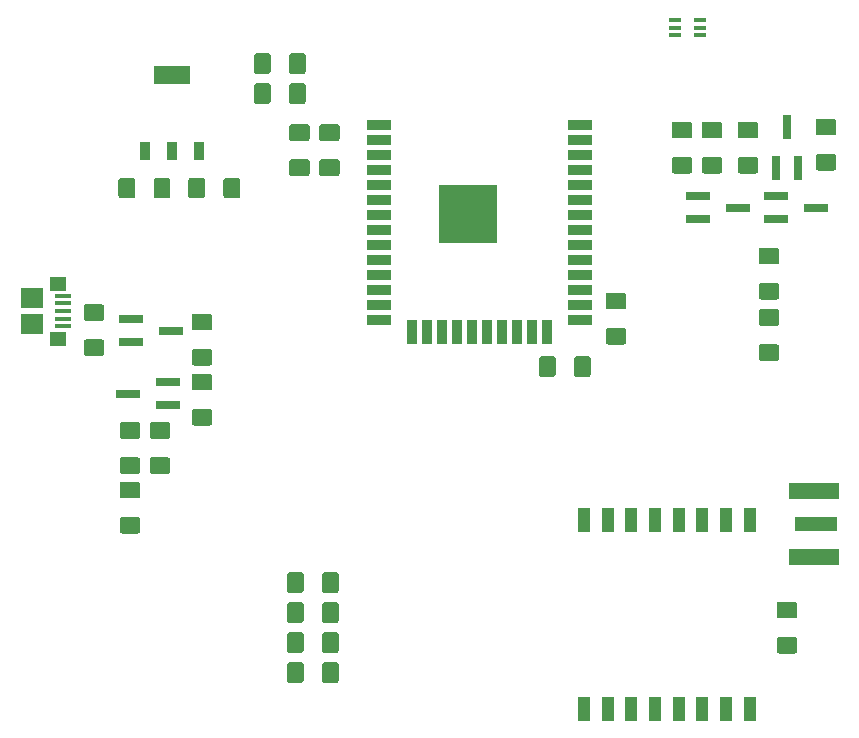
<source format=gbr>
G04 #@! TF.GenerationSoftware,KiCad,Pcbnew,5.1.4-e60b266~84~ubuntu18.04.1*
G04 #@! TF.CreationDate,2020-03-31T13:06:10+02:00*
G04 #@! TF.ProjectId,Esp32LoraBoard,45737033-324c-46f7-9261-426f6172642e,1.0*
G04 #@! TF.SameCoordinates,Original*
G04 #@! TF.FileFunction,Paste,Top*
G04 #@! TF.FilePolarity,Positive*
%FSLAX46Y46*%
G04 Gerber Fmt 4.6, Leading zero omitted, Abs format (unit mm)*
G04 Created by KiCad (PCBNEW 5.1.4-e60b266~84~ubuntu18.04.1) date 2020-03-31 13:06:10*
%MOMM*%
%LPD*%
G04 APERTURE LIST*
%ADD10R,2.000000X0.650000*%
%ADD11C,0.100000*%
%ADD12C,1.425000*%
%ADD13R,1.050000X0.450000*%
%ADD14R,0.838200X1.600200*%
%ADD15R,3.098800X1.600200*%
%ADD16R,5.000000X5.000000*%
%ADD17R,2.000000X0.900000*%
%ADD18R,0.900000X2.000000*%
%ADD19R,4.200000X1.350000*%
%ADD20R,3.600000X1.270000*%
%ADD21R,1.000000X2.000000*%
%ADD22R,1.900000X1.750000*%
%ADD23R,1.400000X0.400000*%
%ADD24R,1.450000X1.150000*%
%ADD25R,0.650000X2.000000*%
G04 APERTURE END LIST*
D10*
X163898000Y-75250000D03*
X163898000Y-77150000D03*
X167318000Y-76200000D03*
D11*
G36*
X127523504Y-65674204D02*
G01*
X127547773Y-65677804D01*
X127571571Y-65683765D01*
X127594671Y-65692030D01*
X127616849Y-65702520D01*
X127637893Y-65715133D01*
X127657598Y-65729747D01*
X127675777Y-65746223D01*
X127692253Y-65764402D01*
X127706867Y-65784107D01*
X127719480Y-65805151D01*
X127729970Y-65827329D01*
X127738235Y-65850429D01*
X127744196Y-65874227D01*
X127747796Y-65898496D01*
X127749000Y-65923000D01*
X127749000Y-67173000D01*
X127747796Y-67197504D01*
X127744196Y-67221773D01*
X127738235Y-67245571D01*
X127729970Y-67268671D01*
X127719480Y-67290849D01*
X127706867Y-67311893D01*
X127692253Y-67331598D01*
X127675777Y-67349777D01*
X127657598Y-67366253D01*
X127637893Y-67380867D01*
X127616849Y-67393480D01*
X127594671Y-67403970D01*
X127571571Y-67412235D01*
X127547773Y-67418196D01*
X127523504Y-67421796D01*
X127499000Y-67423000D01*
X126574000Y-67423000D01*
X126549496Y-67421796D01*
X126525227Y-67418196D01*
X126501429Y-67412235D01*
X126478329Y-67403970D01*
X126456151Y-67393480D01*
X126435107Y-67380867D01*
X126415402Y-67366253D01*
X126397223Y-67349777D01*
X126380747Y-67331598D01*
X126366133Y-67311893D01*
X126353520Y-67290849D01*
X126343030Y-67268671D01*
X126334765Y-67245571D01*
X126328804Y-67221773D01*
X126325204Y-67197504D01*
X126324000Y-67173000D01*
X126324000Y-65923000D01*
X126325204Y-65898496D01*
X126328804Y-65874227D01*
X126334765Y-65850429D01*
X126343030Y-65827329D01*
X126353520Y-65805151D01*
X126366133Y-65784107D01*
X126380747Y-65764402D01*
X126397223Y-65746223D01*
X126415402Y-65729747D01*
X126435107Y-65715133D01*
X126456151Y-65702520D01*
X126478329Y-65692030D01*
X126501429Y-65683765D01*
X126525227Y-65677804D01*
X126549496Y-65674204D01*
X126574000Y-65673000D01*
X127499000Y-65673000D01*
X127523504Y-65674204D01*
X127523504Y-65674204D01*
G37*
D12*
X127036500Y-66548000D03*
D11*
G36*
X130498504Y-65674204D02*
G01*
X130522773Y-65677804D01*
X130546571Y-65683765D01*
X130569671Y-65692030D01*
X130591849Y-65702520D01*
X130612893Y-65715133D01*
X130632598Y-65729747D01*
X130650777Y-65746223D01*
X130667253Y-65764402D01*
X130681867Y-65784107D01*
X130694480Y-65805151D01*
X130704970Y-65827329D01*
X130713235Y-65850429D01*
X130719196Y-65874227D01*
X130722796Y-65898496D01*
X130724000Y-65923000D01*
X130724000Y-67173000D01*
X130722796Y-67197504D01*
X130719196Y-67221773D01*
X130713235Y-67245571D01*
X130704970Y-67268671D01*
X130694480Y-67290849D01*
X130681867Y-67311893D01*
X130667253Y-67331598D01*
X130650777Y-67349777D01*
X130632598Y-67366253D01*
X130612893Y-67380867D01*
X130591849Y-67393480D01*
X130569671Y-67403970D01*
X130546571Y-67412235D01*
X130522773Y-67418196D01*
X130498504Y-67421796D01*
X130474000Y-67423000D01*
X129549000Y-67423000D01*
X129524496Y-67421796D01*
X129500227Y-67418196D01*
X129476429Y-67412235D01*
X129453329Y-67403970D01*
X129431151Y-67393480D01*
X129410107Y-67380867D01*
X129390402Y-67366253D01*
X129372223Y-67349777D01*
X129355747Y-67331598D01*
X129341133Y-67311893D01*
X129328520Y-67290849D01*
X129318030Y-67268671D01*
X129309765Y-67245571D01*
X129303804Y-67221773D01*
X129300204Y-67197504D01*
X129299000Y-67173000D01*
X129299000Y-65923000D01*
X129300204Y-65898496D01*
X129303804Y-65874227D01*
X129309765Y-65850429D01*
X129318030Y-65827329D01*
X129328520Y-65805151D01*
X129341133Y-65784107D01*
X129355747Y-65764402D01*
X129372223Y-65746223D01*
X129390402Y-65729747D01*
X129410107Y-65715133D01*
X129431151Y-65702520D01*
X129453329Y-65692030D01*
X129476429Y-65683765D01*
X129500227Y-65677804D01*
X129524496Y-65674204D01*
X129549000Y-65673000D01*
X130474000Y-65673000D01*
X130498504Y-65674204D01*
X130498504Y-65674204D01*
G37*
D12*
X130011500Y-66548000D03*
D13*
X162018000Y-60310000D03*
X162018000Y-60960000D03*
X162018000Y-61610000D03*
X164118000Y-61610000D03*
X164118000Y-60960000D03*
X164118000Y-60310000D03*
D14*
X117068600Y-71399400D03*
X119380000Y-71399400D03*
X121691400Y-71399400D03*
D15*
X119380000Y-64998600D03*
D11*
G36*
X121972004Y-73675204D02*
G01*
X121996273Y-73678804D01*
X122020071Y-73684765D01*
X122043171Y-73693030D01*
X122065349Y-73703520D01*
X122086393Y-73716133D01*
X122106098Y-73730747D01*
X122124277Y-73747223D01*
X122140753Y-73765402D01*
X122155367Y-73785107D01*
X122167980Y-73806151D01*
X122178470Y-73828329D01*
X122186735Y-73851429D01*
X122192696Y-73875227D01*
X122196296Y-73899496D01*
X122197500Y-73924000D01*
X122197500Y-75174000D01*
X122196296Y-75198504D01*
X122192696Y-75222773D01*
X122186735Y-75246571D01*
X122178470Y-75269671D01*
X122167980Y-75291849D01*
X122155367Y-75312893D01*
X122140753Y-75332598D01*
X122124277Y-75350777D01*
X122106098Y-75367253D01*
X122086393Y-75381867D01*
X122065349Y-75394480D01*
X122043171Y-75404970D01*
X122020071Y-75413235D01*
X121996273Y-75419196D01*
X121972004Y-75422796D01*
X121947500Y-75424000D01*
X121022500Y-75424000D01*
X120997996Y-75422796D01*
X120973727Y-75419196D01*
X120949929Y-75413235D01*
X120926829Y-75404970D01*
X120904651Y-75394480D01*
X120883607Y-75381867D01*
X120863902Y-75367253D01*
X120845723Y-75350777D01*
X120829247Y-75332598D01*
X120814633Y-75312893D01*
X120802020Y-75291849D01*
X120791530Y-75269671D01*
X120783265Y-75246571D01*
X120777304Y-75222773D01*
X120773704Y-75198504D01*
X120772500Y-75174000D01*
X120772500Y-73924000D01*
X120773704Y-73899496D01*
X120777304Y-73875227D01*
X120783265Y-73851429D01*
X120791530Y-73828329D01*
X120802020Y-73806151D01*
X120814633Y-73785107D01*
X120829247Y-73765402D01*
X120845723Y-73747223D01*
X120863902Y-73730747D01*
X120883607Y-73716133D01*
X120904651Y-73703520D01*
X120926829Y-73693030D01*
X120949929Y-73684765D01*
X120973727Y-73678804D01*
X120997996Y-73675204D01*
X121022500Y-73674000D01*
X121947500Y-73674000D01*
X121972004Y-73675204D01*
X121972004Y-73675204D01*
G37*
D12*
X121485000Y-74549000D03*
D11*
G36*
X124947004Y-73675204D02*
G01*
X124971273Y-73678804D01*
X124995071Y-73684765D01*
X125018171Y-73693030D01*
X125040349Y-73703520D01*
X125061393Y-73716133D01*
X125081098Y-73730747D01*
X125099277Y-73747223D01*
X125115753Y-73765402D01*
X125130367Y-73785107D01*
X125142980Y-73806151D01*
X125153470Y-73828329D01*
X125161735Y-73851429D01*
X125167696Y-73875227D01*
X125171296Y-73899496D01*
X125172500Y-73924000D01*
X125172500Y-75174000D01*
X125171296Y-75198504D01*
X125167696Y-75222773D01*
X125161735Y-75246571D01*
X125153470Y-75269671D01*
X125142980Y-75291849D01*
X125130367Y-75312893D01*
X125115753Y-75332598D01*
X125099277Y-75350777D01*
X125081098Y-75367253D01*
X125061393Y-75381867D01*
X125040349Y-75394480D01*
X125018171Y-75404970D01*
X124995071Y-75413235D01*
X124971273Y-75419196D01*
X124947004Y-75422796D01*
X124922500Y-75424000D01*
X123997500Y-75424000D01*
X123972996Y-75422796D01*
X123948727Y-75419196D01*
X123924929Y-75413235D01*
X123901829Y-75404970D01*
X123879651Y-75394480D01*
X123858607Y-75381867D01*
X123838902Y-75367253D01*
X123820723Y-75350777D01*
X123804247Y-75332598D01*
X123789633Y-75312893D01*
X123777020Y-75291849D01*
X123766530Y-75269671D01*
X123758265Y-75246571D01*
X123752304Y-75222773D01*
X123748704Y-75198504D01*
X123747500Y-75174000D01*
X123747500Y-73924000D01*
X123748704Y-73899496D01*
X123752304Y-73875227D01*
X123758265Y-73851429D01*
X123766530Y-73828329D01*
X123777020Y-73806151D01*
X123789633Y-73785107D01*
X123804247Y-73765402D01*
X123820723Y-73747223D01*
X123838902Y-73730747D01*
X123858607Y-73716133D01*
X123879651Y-73703520D01*
X123901829Y-73693030D01*
X123924929Y-73684765D01*
X123948727Y-73678804D01*
X123972996Y-73675204D01*
X123997500Y-73674000D01*
X124922500Y-73674000D01*
X124947004Y-73675204D01*
X124947004Y-73675204D01*
G37*
D12*
X124460000Y-74549000D03*
D11*
G36*
X116057004Y-73675204D02*
G01*
X116081273Y-73678804D01*
X116105071Y-73684765D01*
X116128171Y-73693030D01*
X116150349Y-73703520D01*
X116171393Y-73716133D01*
X116191098Y-73730747D01*
X116209277Y-73747223D01*
X116225753Y-73765402D01*
X116240367Y-73785107D01*
X116252980Y-73806151D01*
X116263470Y-73828329D01*
X116271735Y-73851429D01*
X116277696Y-73875227D01*
X116281296Y-73899496D01*
X116282500Y-73924000D01*
X116282500Y-75174000D01*
X116281296Y-75198504D01*
X116277696Y-75222773D01*
X116271735Y-75246571D01*
X116263470Y-75269671D01*
X116252980Y-75291849D01*
X116240367Y-75312893D01*
X116225753Y-75332598D01*
X116209277Y-75350777D01*
X116191098Y-75367253D01*
X116171393Y-75381867D01*
X116150349Y-75394480D01*
X116128171Y-75404970D01*
X116105071Y-75413235D01*
X116081273Y-75419196D01*
X116057004Y-75422796D01*
X116032500Y-75424000D01*
X115107500Y-75424000D01*
X115082996Y-75422796D01*
X115058727Y-75419196D01*
X115034929Y-75413235D01*
X115011829Y-75404970D01*
X114989651Y-75394480D01*
X114968607Y-75381867D01*
X114948902Y-75367253D01*
X114930723Y-75350777D01*
X114914247Y-75332598D01*
X114899633Y-75312893D01*
X114887020Y-75291849D01*
X114876530Y-75269671D01*
X114868265Y-75246571D01*
X114862304Y-75222773D01*
X114858704Y-75198504D01*
X114857500Y-75174000D01*
X114857500Y-73924000D01*
X114858704Y-73899496D01*
X114862304Y-73875227D01*
X114868265Y-73851429D01*
X114876530Y-73828329D01*
X114887020Y-73806151D01*
X114899633Y-73785107D01*
X114914247Y-73765402D01*
X114930723Y-73747223D01*
X114948902Y-73730747D01*
X114968607Y-73716133D01*
X114989651Y-73703520D01*
X115011829Y-73693030D01*
X115034929Y-73684765D01*
X115058727Y-73678804D01*
X115082996Y-73675204D01*
X115107500Y-73674000D01*
X116032500Y-73674000D01*
X116057004Y-73675204D01*
X116057004Y-73675204D01*
G37*
D12*
X115570000Y-74549000D03*
D11*
G36*
X119032004Y-73675204D02*
G01*
X119056273Y-73678804D01*
X119080071Y-73684765D01*
X119103171Y-73693030D01*
X119125349Y-73703520D01*
X119146393Y-73716133D01*
X119166098Y-73730747D01*
X119184277Y-73747223D01*
X119200753Y-73765402D01*
X119215367Y-73785107D01*
X119227980Y-73806151D01*
X119238470Y-73828329D01*
X119246735Y-73851429D01*
X119252696Y-73875227D01*
X119256296Y-73899496D01*
X119257500Y-73924000D01*
X119257500Y-75174000D01*
X119256296Y-75198504D01*
X119252696Y-75222773D01*
X119246735Y-75246571D01*
X119238470Y-75269671D01*
X119227980Y-75291849D01*
X119215367Y-75312893D01*
X119200753Y-75332598D01*
X119184277Y-75350777D01*
X119166098Y-75367253D01*
X119146393Y-75381867D01*
X119125349Y-75394480D01*
X119103171Y-75404970D01*
X119080071Y-75413235D01*
X119056273Y-75419196D01*
X119032004Y-75422796D01*
X119007500Y-75424000D01*
X118082500Y-75424000D01*
X118057996Y-75422796D01*
X118033727Y-75419196D01*
X118009929Y-75413235D01*
X117986829Y-75404970D01*
X117964651Y-75394480D01*
X117943607Y-75381867D01*
X117923902Y-75367253D01*
X117905723Y-75350777D01*
X117889247Y-75332598D01*
X117874633Y-75312893D01*
X117862020Y-75291849D01*
X117851530Y-75269671D01*
X117843265Y-75246571D01*
X117837304Y-75222773D01*
X117833704Y-75198504D01*
X117832500Y-75174000D01*
X117832500Y-73924000D01*
X117833704Y-73899496D01*
X117837304Y-73875227D01*
X117843265Y-73851429D01*
X117851530Y-73828329D01*
X117862020Y-73806151D01*
X117874633Y-73785107D01*
X117889247Y-73765402D01*
X117905723Y-73747223D01*
X117923902Y-73730747D01*
X117943607Y-73716133D01*
X117964651Y-73703520D01*
X117986829Y-73693030D01*
X118009929Y-73684765D01*
X118033727Y-73678804D01*
X118057996Y-73675204D01*
X118082500Y-73674000D01*
X119007500Y-73674000D01*
X119032004Y-73675204D01*
X119032004Y-73675204D01*
G37*
D12*
X118545000Y-74549000D03*
D16*
X144415000Y-76715000D03*
D17*
X136915000Y-69215000D03*
X136915000Y-70485000D03*
X136915000Y-71755000D03*
X136915000Y-73025000D03*
X136915000Y-74295000D03*
X136915000Y-75565000D03*
X136915000Y-76835000D03*
X136915000Y-78105000D03*
X136915000Y-79375000D03*
X136915000Y-80645000D03*
X136915000Y-81915000D03*
X136915000Y-83185000D03*
X136915000Y-84455000D03*
X136915000Y-85725000D03*
D18*
X139700000Y-86725000D03*
X140970000Y-86725000D03*
X142240000Y-86725000D03*
X143510000Y-86725000D03*
X144780000Y-86725000D03*
X146050000Y-86725000D03*
X147320000Y-86725000D03*
X148590000Y-86725000D03*
X149860000Y-86725000D03*
X151130000Y-86725000D03*
D17*
X153915000Y-85725000D03*
X153915000Y-84455000D03*
X153915000Y-83185000D03*
X153915000Y-81915000D03*
X153915000Y-80645000D03*
X153915000Y-79375000D03*
X153915000Y-78105000D03*
X153915000Y-76835000D03*
X153915000Y-75565000D03*
X153915000Y-74295000D03*
X153915000Y-73025000D03*
X153915000Y-71755000D03*
X153915000Y-70485000D03*
X153915000Y-69215000D03*
D11*
G36*
X130824504Y-72113704D02*
G01*
X130848773Y-72117304D01*
X130872571Y-72123265D01*
X130895671Y-72131530D01*
X130917849Y-72142020D01*
X130938893Y-72154633D01*
X130958598Y-72169247D01*
X130976777Y-72185723D01*
X130993253Y-72203902D01*
X131007867Y-72223607D01*
X131020480Y-72244651D01*
X131030970Y-72266829D01*
X131039235Y-72289929D01*
X131045196Y-72313727D01*
X131048796Y-72337996D01*
X131050000Y-72362500D01*
X131050000Y-73287500D01*
X131048796Y-73312004D01*
X131045196Y-73336273D01*
X131039235Y-73360071D01*
X131030970Y-73383171D01*
X131020480Y-73405349D01*
X131007867Y-73426393D01*
X130993253Y-73446098D01*
X130976777Y-73464277D01*
X130958598Y-73480753D01*
X130938893Y-73495367D01*
X130917849Y-73507980D01*
X130895671Y-73518470D01*
X130872571Y-73526735D01*
X130848773Y-73532696D01*
X130824504Y-73536296D01*
X130800000Y-73537500D01*
X129550000Y-73537500D01*
X129525496Y-73536296D01*
X129501227Y-73532696D01*
X129477429Y-73526735D01*
X129454329Y-73518470D01*
X129432151Y-73507980D01*
X129411107Y-73495367D01*
X129391402Y-73480753D01*
X129373223Y-73464277D01*
X129356747Y-73446098D01*
X129342133Y-73426393D01*
X129329520Y-73405349D01*
X129319030Y-73383171D01*
X129310765Y-73360071D01*
X129304804Y-73336273D01*
X129301204Y-73312004D01*
X129300000Y-73287500D01*
X129300000Y-72362500D01*
X129301204Y-72337996D01*
X129304804Y-72313727D01*
X129310765Y-72289929D01*
X129319030Y-72266829D01*
X129329520Y-72244651D01*
X129342133Y-72223607D01*
X129356747Y-72203902D01*
X129373223Y-72185723D01*
X129391402Y-72169247D01*
X129411107Y-72154633D01*
X129432151Y-72142020D01*
X129454329Y-72131530D01*
X129477429Y-72123265D01*
X129501227Y-72117304D01*
X129525496Y-72113704D01*
X129550000Y-72112500D01*
X130800000Y-72112500D01*
X130824504Y-72113704D01*
X130824504Y-72113704D01*
G37*
D12*
X130175000Y-72825000D03*
D11*
G36*
X130824504Y-69138704D02*
G01*
X130848773Y-69142304D01*
X130872571Y-69148265D01*
X130895671Y-69156530D01*
X130917849Y-69167020D01*
X130938893Y-69179633D01*
X130958598Y-69194247D01*
X130976777Y-69210723D01*
X130993253Y-69228902D01*
X131007867Y-69248607D01*
X131020480Y-69269651D01*
X131030970Y-69291829D01*
X131039235Y-69314929D01*
X131045196Y-69338727D01*
X131048796Y-69362996D01*
X131050000Y-69387500D01*
X131050000Y-70312500D01*
X131048796Y-70337004D01*
X131045196Y-70361273D01*
X131039235Y-70385071D01*
X131030970Y-70408171D01*
X131020480Y-70430349D01*
X131007867Y-70451393D01*
X130993253Y-70471098D01*
X130976777Y-70489277D01*
X130958598Y-70505753D01*
X130938893Y-70520367D01*
X130917849Y-70532980D01*
X130895671Y-70543470D01*
X130872571Y-70551735D01*
X130848773Y-70557696D01*
X130824504Y-70561296D01*
X130800000Y-70562500D01*
X129550000Y-70562500D01*
X129525496Y-70561296D01*
X129501227Y-70557696D01*
X129477429Y-70551735D01*
X129454329Y-70543470D01*
X129432151Y-70532980D01*
X129411107Y-70520367D01*
X129391402Y-70505753D01*
X129373223Y-70489277D01*
X129356747Y-70471098D01*
X129342133Y-70451393D01*
X129329520Y-70430349D01*
X129319030Y-70408171D01*
X129310765Y-70385071D01*
X129304804Y-70361273D01*
X129301204Y-70337004D01*
X129300000Y-70312500D01*
X129300000Y-69387500D01*
X129301204Y-69362996D01*
X129304804Y-69338727D01*
X129310765Y-69314929D01*
X129319030Y-69291829D01*
X129329520Y-69269651D01*
X129342133Y-69248607D01*
X129356747Y-69228902D01*
X129373223Y-69210723D01*
X129391402Y-69194247D01*
X129411107Y-69179633D01*
X129432151Y-69167020D01*
X129454329Y-69156530D01*
X129477429Y-69148265D01*
X129501227Y-69142304D01*
X129525496Y-69138704D01*
X129550000Y-69137500D01*
X130800000Y-69137500D01*
X130824504Y-69138704D01*
X130824504Y-69138704D01*
G37*
D12*
X130175000Y-69850000D03*
D11*
G36*
X133364504Y-69138704D02*
G01*
X133388773Y-69142304D01*
X133412571Y-69148265D01*
X133435671Y-69156530D01*
X133457849Y-69167020D01*
X133478893Y-69179633D01*
X133498598Y-69194247D01*
X133516777Y-69210723D01*
X133533253Y-69228902D01*
X133547867Y-69248607D01*
X133560480Y-69269651D01*
X133570970Y-69291829D01*
X133579235Y-69314929D01*
X133585196Y-69338727D01*
X133588796Y-69362996D01*
X133590000Y-69387500D01*
X133590000Y-70312500D01*
X133588796Y-70337004D01*
X133585196Y-70361273D01*
X133579235Y-70385071D01*
X133570970Y-70408171D01*
X133560480Y-70430349D01*
X133547867Y-70451393D01*
X133533253Y-70471098D01*
X133516777Y-70489277D01*
X133498598Y-70505753D01*
X133478893Y-70520367D01*
X133457849Y-70532980D01*
X133435671Y-70543470D01*
X133412571Y-70551735D01*
X133388773Y-70557696D01*
X133364504Y-70561296D01*
X133340000Y-70562500D01*
X132090000Y-70562500D01*
X132065496Y-70561296D01*
X132041227Y-70557696D01*
X132017429Y-70551735D01*
X131994329Y-70543470D01*
X131972151Y-70532980D01*
X131951107Y-70520367D01*
X131931402Y-70505753D01*
X131913223Y-70489277D01*
X131896747Y-70471098D01*
X131882133Y-70451393D01*
X131869520Y-70430349D01*
X131859030Y-70408171D01*
X131850765Y-70385071D01*
X131844804Y-70361273D01*
X131841204Y-70337004D01*
X131840000Y-70312500D01*
X131840000Y-69387500D01*
X131841204Y-69362996D01*
X131844804Y-69338727D01*
X131850765Y-69314929D01*
X131859030Y-69291829D01*
X131869520Y-69269651D01*
X131882133Y-69248607D01*
X131896747Y-69228902D01*
X131913223Y-69210723D01*
X131931402Y-69194247D01*
X131951107Y-69179633D01*
X131972151Y-69167020D01*
X131994329Y-69156530D01*
X132017429Y-69148265D01*
X132041227Y-69142304D01*
X132065496Y-69138704D01*
X132090000Y-69137500D01*
X133340000Y-69137500D01*
X133364504Y-69138704D01*
X133364504Y-69138704D01*
G37*
D12*
X132715000Y-69850000D03*
D11*
G36*
X133364504Y-72113704D02*
G01*
X133388773Y-72117304D01*
X133412571Y-72123265D01*
X133435671Y-72131530D01*
X133457849Y-72142020D01*
X133478893Y-72154633D01*
X133498598Y-72169247D01*
X133516777Y-72185723D01*
X133533253Y-72203902D01*
X133547867Y-72223607D01*
X133560480Y-72244651D01*
X133570970Y-72266829D01*
X133579235Y-72289929D01*
X133585196Y-72313727D01*
X133588796Y-72337996D01*
X133590000Y-72362500D01*
X133590000Y-73287500D01*
X133588796Y-73312004D01*
X133585196Y-73336273D01*
X133579235Y-73360071D01*
X133570970Y-73383171D01*
X133560480Y-73405349D01*
X133547867Y-73426393D01*
X133533253Y-73446098D01*
X133516777Y-73464277D01*
X133498598Y-73480753D01*
X133478893Y-73495367D01*
X133457849Y-73507980D01*
X133435671Y-73518470D01*
X133412571Y-73526735D01*
X133388773Y-73532696D01*
X133364504Y-73536296D01*
X133340000Y-73537500D01*
X132090000Y-73537500D01*
X132065496Y-73536296D01*
X132041227Y-73532696D01*
X132017429Y-73526735D01*
X131994329Y-73518470D01*
X131972151Y-73507980D01*
X131951107Y-73495367D01*
X131931402Y-73480753D01*
X131913223Y-73464277D01*
X131896747Y-73446098D01*
X131882133Y-73426393D01*
X131869520Y-73405349D01*
X131859030Y-73383171D01*
X131850765Y-73360071D01*
X131844804Y-73336273D01*
X131841204Y-73312004D01*
X131840000Y-73287500D01*
X131840000Y-72362500D01*
X131841204Y-72337996D01*
X131844804Y-72313727D01*
X131850765Y-72289929D01*
X131859030Y-72266829D01*
X131869520Y-72244651D01*
X131882133Y-72223607D01*
X131896747Y-72203902D01*
X131913223Y-72185723D01*
X131931402Y-72169247D01*
X131951107Y-72154633D01*
X131972151Y-72142020D01*
X131994329Y-72131530D01*
X132017429Y-72123265D01*
X132041227Y-72117304D01*
X132065496Y-72113704D01*
X132090000Y-72112500D01*
X133340000Y-72112500D01*
X133364504Y-72113704D01*
X133364504Y-72113704D01*
G37*
D12*
X132715000Y-72825000D03*
D19*
X173736000Y-105822000D03*
X173736000Y-100172000D03*
D20*
X173936000Y-102997000D03*
D21*
X154290000Y-118617000D03*
X156290000Y-118617000D03*
X158290000Y-118617000D03*
X160290000Y-118617000D03*
X162290000Y-118617000D03*
X164290000Y-118617000D03*
X166290000Y-118617000D03*
X168290000Y-118617000D03*
X168290000Y-102617000D03*
X166290000Y-102617000D03*
X164290000Y-102617000D03*
X162290000Y-102617000D03*
X160290000Y-102617000D03*
X158290000Y-102617000D03*
X156290000Y-102617000D03*
X154290000Y-102617000D03*
D22*
X107512000Y-86088000D03*
D23*
X110162000Y-84313000D03*
X110162000Y-83663000D03*
X110162000Y-86263000D03*
X110162000Y-85613000D03*
X110162000Y-84963000D03*
D22*
X107512000Y-83838000D03*
D24*
X109742000Y-87283000D03*
X109742000Y-82643000D03*
D11*
G36*
X130498504Y-63134204D02*
G01*
X130522773Y-63137804D01*
X130546571Y-63143765D01*
X130569671Y-63152030D01*
X130591849Y-63162520D01*
X130612893Y-63175133D01*
X130632598Y-63189747D01*
X130650777Y-63206223D01*
X130667253Y-63224402D01*
X130681867Y-63244107D01*
X130694480Y-63265151D01*
X130704970Y-63287329D01*
X130713235Y-63310429D01*
X130719196Y-63334227D01*
X130722796Y-63358496D01*
X130724000Y-63383000D01*
X130724000Y-64633000D01*
X130722796Y-64657504D01*
X130719196Y-64681773D01*
X130713235Y-64705571D01*
X130704970Y-64728671D01*
X130694480Y-64750849D01*
X130681867Y-64771893D01*
X130667253Y-64791598D01*
X130650777Y-64809777D01*
X130632598Y-64826253D01*
X130612893Y-64840867D01*
X130591849Y-64853480D01*
X130569671Y-64863970D01*
X130546571Y-64872235D01*
X130522773Y-64878196D01*
X130498504Y-64881796D01*
X130474000Y-64883000D01*
X129549000Y-64883000D01*
X129524496Y-64881796D01*
X129500227Y-64878196D01*
X129476429Y-64872235D01*
X129453329Y-64863970D01*
X129431151Y-64853480D01*
X129410107Y-64840867D01*
X129390402Y-64826253D01*
X129372223Y-64809777D01*
X129355747Y-64791598D01*
X129341133Y-64771893D01*
X129328520Y-64750849D01*
X129318030Y-64728671D01*
X129309765Y-64705571D01*
X129303804Y-64681773D01*
X129300204Y-64657504D01*
X129299000Y-64633000D01*
X129299000Y-63383000D01*
X129300204Y-63358496D01*
X129303804Y-63334227D01*
X129309765Y-63310429D01*
X129318030Y-63287329D01*
X129328520Y-63265151D01*
X129341133Y-63244107D01*
X129355747Y-63224402D01*
X129372223Y-63206223D01*
X129390402Y-63189747D01*
X129410107Y-63175133D01*
X129431151Y-63162520D01*
X129453329Y-63152030D01*
X129476429Y-63143765D01*
X129500227Y-63137804D01*
X129524496Y-63134204D01*
X129549000Y-63133000D01*
X130474000Y-63133000D01*
X130498504Y-63134204D01*
X130498504Y-63134204D01*
G37*
D12*
X130011500Y-64008000D03*
D11*
G36*
X127523504Y-63134204D02*
G01*
X127547773Y-63137804D01*
X127571571Y-63143765D01*
X127594671Y-63152030D01*
X127616849Y-63162520D01*
X127637893Y-63175133D01*
X127657598Y-63189747D01*
X127675777Y-63206223D01*
X127692253Y-63224402D01*
X127706867Y-63244107D01*
X127719480Y-63265151D01*
X127729970Y-63287329D01*
X127738235Y-63310429D01*
X127744196Y-63334227D01*
X127747796Y-63358496D01*
X127749000Y-63383000D01*
X127749000Y-64633000D01*
X127747796Y-64657504D01*
X127744196Y-64681773D01*
X127738235Y-64705571D01*
X127729970Y-64728671D01*
X127719480Y-64750849D01*
X127706867Y-64771893D01*
X127692253Y-64791598D01*
X127675777Y-64809777D01*
X127657598Y-64826253D01*
X127637893Y-64840867D01*
X127616849Y-64853480D01*
X127594671Y-64863970D01*
X127571571Y-64872235D01*
X127547773Y-64878196D01*
X127523504Y-64881796D01*
X127499000Y-64883000D01*
X126574000Y-64883000D01*
X126549496Y-64881796D01*
X126525227Y-64878196D01*
X126501429Y-64872235D01*
X126478329Y-64863970D01*
X126456151Y-64853480D01*
X126435107Y-64840867D01*
X126415402Y-64826253D01*
X126397223Y-64809777D01*
X126380747Y-64791598D01*
X126366133Y-64771893D01*
X126353520Y-64750849D01*
X126343030Y-64728671D01*
X126334765Y-64705571D01*
X126328804Y-64681773D01*
X126325204Y-64657504D01*
X126324000Y-64633000D01*
X126324000Y-63383000D01*
X126325204Y-63358496D01*
X126328804Y-63334227D01*
X126334765Y-63310429D01*
X126343030Y-63287329D01*
X126353520Y-63265151D01*
X126366133Y-63244107D01*
X126380747Y-63224402D01*
X126397223Y-63206223D01*
X126415402Y-63189747D01*
X126435107Y-63175133D01*
X126456151Y-63162520D01*
X126478329Y-63152030D01*
X126501429Y-63143765D01*
X126525227Y-63137804D01*
X126549496Y-63134204D01*
X126574000Y-63133000D01*
X127499000Y-63133000D01*
X127523504Y-63134204D01*
X127523504Y-63134204D01*
G37*
D12*
X127036500Y-64008000D03*
D11*
G36*
X157621504Y-86374204D02*
G01*
X157645773Y-86377804D01*
X157669571Y-86383765D01*
X157692671Y-86392030D01*
X157714849Y-86402520D01*
X157735893Y-86415133D01*
X157755598Y-86429747D01*
X157773777Y-86446223D01*
X157790253Y-86464402D01*
X157804867Y-86484107D01*
X157817480Y-86505151D01*
X157827970Y-86527329D01*
X157836235Y-86550429D01*
X157842196Y-86574227D01*
X157845796Y-86598496D01*
X157847000Y-86623000D01*
X157847000Y-87548000D01*
X157845796Y-87572504D01*
X157842196Y-87596773D01*
X157836235Y-87620571D01*
X157827970Y-87643671D01*
X157817480Y-87665849D01*
X157804867Y-87686893D01*
X157790253Y-87706598D01*
X157773777Y-87724777D01*
X157755598Y-87741253D01*
X157735893Y-87755867D01*
X157714849Y-87768480D01*
X157692671Y-87778970D01*
X157669571Y-87787235D01*
X157645773Y-87793196D01*
X157621504Y-87796796D01*
X157597000Y-87798000D01*
X156347000Y-87798000D01*
X156322496Y-87796796D01*
X156298227Y-87793196D01*
X156274429Y-87787235D01*
X156251329Y-87778970D01*
X156229151Y-87768480D01*
X156208107Y-87755867D01*
X156188402Y-87741253D01*
X156170223Y-87724777D01*
X156153747Y-87706598D01*
X156139133Y-87686893D01*
X156126520Y-87665849D01*
X156116030Y-87643671D01*
X156107765Y-87620571D01*
X156101804Y-87596773D01*
X156098204Y-87572504D01*
X156097000Y-87548000D01*
X156097000Y-86623000D01*
X156098204Y-86598496D01*
X156101804Y-86574227D01*
X156107765Y-86550429D01*
X156116030Y-86527329D01*
X156126520Y-86505151D01*
X156139133Y-86484107D01*
X156153747Y-86464402D01*
X156170223Y-86446223D01*
X156188402Y-86429747D01*
X156208107Y-86415133D01*
X156229151Y-86402520D01*
X156251329Y-86392030D01*
X156274429Y-86383765D01*
X156298227Y-86377804D01*
X156322496Y-86374204D01*
X156347000Y-86373000D01*
X157597000Y-86373000D01*
X157621504Y-86374204D01*
X157621504Y-86374204D01*
G37*
D12*
X156972000Y-87085500D03*
D11*
G36*
X157621504Y-83399204D02*
G01*
X157645773Y-83402804D01*
X157669571Y-83408765D01*
X157692671Y-83417030D01*
X157714849Y-83427520D01*
X157735893Y-83440133D01*
X157755598Y-83454747D01*
X157773777Y-83471223D01*
X157790253Y-83489402D01*
X157804867Y-83509107D01*
X157817480Y-83530151D01*
X157827970Y-83552329D01*
X157836235Y-83575429D01*
X157842196Y-83599227D01*
X157845796Y-83623496D01*
X157847000Y-83648000D01*
X157847000Y-84573000D01*
X157845796Y-84597504D01*
X157842196Y-84621773D01*
X157836235Y-84645571D01*
X157827970Y-84668671D01*
X157817480Y-84690849D01*
X157804867Y-84711893D01*
X157790253Y-84731598D01*
X157773777Y-84749777D01*
X157755598Y-84766253D01*
X157735893Y-84780867D01*
X157714849Y-84793480D01*
X157692671Y-84803970D01*
X157669571Y-84812235D01*
X157645773Y-84818196D01*
X157621504Y-84821796D01*
X157597000Y-84823000D01*
X156347000Y-84823000D01*
X156322496Y-84821796D01*
X156298227Y-84818196D01*
X156274429Y-84812235D01*
X156251329Y-84803970D01*
X156229151Y-84793480D01*
X156208107Y-84780867D01*
X156188402Y-84766253D01*
X156170223Y-84749777D01*
X156153747Y-84731598D01*
X156139133Y-84711893D01*
X156126520Y-84690849D01*
X156116030Y-84668671D01*
X156107765Y-84645571D01*
X156101804Y-84621773D01*
X156098204Y-84597504D01*
X156097000Y-84573000D01*
X156097000Y-83648000D01*
X156098204Y-83623496D01*
X156101804Y-83599227D01*
X156107765Y-83575429D01*
X156116030Y-83552329D01*
X156126520Y-83530151D01*
X156139133Y-83509107D01*
X156153747Y-83489402D01*
X156170223Y-83471223D01*
X156188402Y-83454747D01*
X156208107Y-83440133D01*
X156229151Y-83427520D01*
X156251329Y-83417030D01*
X156274429Y-83408765D01*
X156298227Y-83402804D01*
X156322496Y-83399204D01*
X156347000Y-83398000D01*
X157597000Y-83398000D01*
X157621504Y-83399204D01*
X157621504Y-83399204D01*
G37*
D12*
X156972000Y-84110500D03*
D11*
G36*
X172099504Y-109561204D02*
G01*
X172123773Y-109564804D01*
X172147571Y-109570765D01*
X172170671Y-109579030D01*
X172192849Y-109589520D01*
X172213893Y-109602133D01*
X172233598Y-109616747D01*
X172251777Y-109633223D01*
X172268253Y-109651402D01*
X172282867Y-109671107D01*
X172295480Y-109692151D01*
X172305970Y-109714329D01*
X172314235Y-109737429D01*
X172320196Y-109761227D01*
X172323796Y-109785496D01*
X172325000Y-109810000D01*
X172325000Y-110735000D01*
X172323796Y-110759504D01*
X172320196Y-110783773D01*
X172314235Y-110807571D01*
X172305970Y-110830671D01*
X172295480Y-110852849D01*
X172282867Y-110873893D01*
X172268253Y-110893598D01*
X172251777Y-110911777D01*
X172233598Y-110928253D01*
X172213893Y-110942867D01*
X172192849Y-110955480D01*
X172170671Y-110965970D01*
X172147571Y-110974235D01*
X172123773Y-110980196D01*
X172099504Y-110983796D01*
X172075000Y-110985000D01*
X170825000Y-110985000D01*
X170800496Y-110983796D01*
X170776227Y-110980196D01*
X170752429Y-110974235D01*
X170729329Y-110965970D01*
X170707151Y-110955480D01*
X170686107Y-110942867D01*
X170666402Y-110928253D01*
X170648223Y-110911777D01*
X170631747Y-110893598D01*
X170617133Y-110873893D01*
X170604520Y-110852849D01*
X170594030Y-110830671D01*
X170585765Y-110807571D01*
X170579804Y-110783773D01*
X170576204Y-110759504D01*
X170575000Y-110735000D01*
X170575000Y-109810000D01*
X170576204Y-109785496D01*
X170579804Y-109761227D01*
X170585765Y-109737429D01*
X170594030Y-109714329D01*
X170604520Y-109692151D01*
X170617133Y-109671107D01*
X170631747Y-109651402D01*
X170648223Y-109633223D01*
X170666402Y-109616747D01*
X170686107Y-109602133D01*
X170707151Y-109589520D01*
X170729329Y-109579030D01*
X170752429Y-109570765D01*
X170776227Y-109564804D01*
X170800496Y-109561204D01*
X170825000Y-109560000D01*
X172075000Y-109560000D01*
X172099504Y-109561204D01*
X172099504Y-109561204D01*
G37*
D12*
X171450000Y-110272500D03*
D11*
G36*
X172099504Y-112536204D02*
G01*
X172123773Y-112539804D01*
X172147571Y-112545765D01*
X172170671Y-112554030D01*
X172192849Y-112564520D01*
X172213893Y-112577133D01*
X172233598Y-112591747D01*
X172251777Y-112608223D01*
X172268253Y-112626402D01*
X172282867Y-112646107D01*
X172295480Y-112667151D01*
X172305970Y-112689329D01*
X172314235Y-112712429D01*
X172320196Y-112736227D01*
X172323796Y-112760496D01*
X172325000Y-112785000D01*
X172325000Y-113710000D01*
X172323796Y-113734504D01*
X172320196Y-113758773D01*
X172314235Y-113782571D01*
X172305970Y-113805671D01*
X172295480Y-113827849D01*
X172282867Y-113848893D01*
X172268253Y-113868598D01*
X172251777Y-113886777D01*
X172233598Y-113903253D01*
X172213893Y-113917867D01*
X172192849Y-113930480D01*
X172170671Y-113940970D01*
X172147571Y-113949235D01*
X172123773Y-113955196D01*
X172099504Y-113958796D01*
X172075000Y-113960000D01*
X170825000Y-113960000D01*
X170800496Y-113958796D01*
X170776227Y-113955196D01*
X170752429Y-113949235D01*
X170729329Y-113940970D01*
X170707151Y-113930480D01*
X170686107Y-113917867D01*
X170666402Y-113903253D01*
X170648223Y-113886777D01*
X170631747Y-113868598D01*
X170617133Y-113848893D01*
X170604520Y-113827849D01*
X170594030Y-113805671D01*
X170585765Y-113782571D01*
X170579804Y-113758773D01*
X170576204Y-113734504D01*
X170575000Y-113710000D01*
X170575000Y-112785000D01*
X170576204Y-112760496D01*
X170579804Y-112736227D01*
X170585765Y-112712429D01*
X170594030Y-112689329D01*
X170604520Y-112667151D01*
X170617133Y-112646107D01*
X170631747Y-112626402D01*
X170648223Y-112608223D01*
X170666402Y-112591747D01*
X170686107Y-112577133D01*
X170707151Y-112564520D01*
X170729329Y-112554030D01*
X170752429Y-112545765D01*
X170776227Y-112539804D01*
X170800496Y-112536204D01*
X170825000Y-112535000D01*
X172075000Y-112535000D01*
X172099504Y-112536204D01*
X172099504Y-112536204D01*
G37*
D12*
X171450000Y-113247500D03*
D11*
G36*
X163209504Y-71896204D02*
G01*
X163233773Y-71899804D01*
X163257571Y-71905765D01*
X163280671Y-71914030D01*
X163302849Y-71924520D01*
X163323893Y-71937133D01*
X163343598Y-71951747D01*
X163361777Y-71968223D01*
X163378253Y-71986402D01*
X163392867Y-72006107D01*
X163405480Y-72027151D01*
X163415970Y-72049329D01*
X163424235Y-72072429D01*
X163430196Y-72096227D01*
X163433796Y-72120496D01*
X163435000Y-72145000D01*
X163435000Y-73070000D01*
X163433796Y-73094504D01*
X163430196Y-73118773D01*
X163424235Y-73142571D01*
X163415970Y-73165671D01*
X163405480Y-73187849D01*
X163392867Y-73208893D01*
X163378253Y-73228598D01*
X163361777Y-73246777D01*
X163343598Y-73263253D01*
X163323893Y-73277867D01*
X163302849Y-73290480D01*
X163280671Y-73300970D01*
X163257571Y-73309235D01*
X163233773Y-73315196D01*
X163209504Y-73318796D01*
X163185000Y-73320000D01*
X161935000Y-73320000D01*
X161910496Y-73318796D01*
X161886227Y-73315196D01*
X161862429Y-73309235D01*
X161839329Y-73300970D01*
X161817151Y-73290480D01*
X161796107Y-73277867D01*
X161776402Y-73263253D01*
X161758223Y-73246777D01*
X161741747Y-73228598D01*
X161727133Y-73208893D01*
X161714520Y-73187849D01*
X161704030Y-73165671D01*
X161695765Y-73142571D01*
X161689804Y-73118773D01*
X161686204Y-73094504D01*
X161685000Y-73070000D01*
X161685000Y-72145000D01*
X161686204Y-72120496D01*
X161689804Y-72096227D01*
X161695765Y-72072429D01*
X161704030Y-72049329D01*
X161714520Y-72027151D01*
X161727133Y-72006107D01*
X161741747Y-71986402D01*
X161758223Y-71968223D01*
X161776402Y-71951747D01*
X161796107Y-71937133D01*
X161817151Y-71924520D01*
X161839329Y-71914030D01*
X161862429Y-71905765D01*
X161886227Y-71899804D01*
X161910496Y-71896204D01*
X161935000Y-71895000D01*
X163185000Y-71895000D01*
X163209504Y-71896204D01*
X163209504Y-71896204D01*
G37*
D12*
X162560000Y-72607500D03*
D11*
G36*
X163209504Y-68921204D02*
G01*
X163233773Y-68924804D01*
X163257571Y-68930765D01*
X163280671Y-68939030D01*
X163302849Y-68949520D01*
X163323893Y-68962133D01*
X163343598Y-68976747D01*
X163361777Y-68993223D01*
X163378253Y-69011402D01*
X163392867Y-69031107D01*
X163405480Y-69052151D01*
X163415970Y-69074329D01*
X163424235Y-69097429D01*
X163430196Y-69121227D01*
X163433796Y-69145496D01*
X163435000Y-69170000D01*
X163435000Y-70095000D01*
X163433796Y-70119504D01*
X163430196Y-70143773D01*
X163424235Y-70167571D01*
X163415970Y-70190671D01*
X163405480Y-70212849D01*
X163392867Y-70233893D01*
X163378253Y-70253598D01*
X163361777Y-70271777D01*
X163343598Y-70288253D01*
X163323893Y-70302867D01*
X163302849Y-70315480D01*
X163280671Y-70325970D01*
X163257571Y-70334235D01*
X163233773Y-70340196D01*
X163209504Y-70343796D01*
X163185000Y-70345000D01*
X161935000Y-70345000D01*
X161910496Y-70343796D01*
X161886227Y-70340196D01*
X161862429Y-70334235D01*
X161839329Y-70325970D01*
X161817151Y-70315480D01*
X161796107Y-70302867D01*
X161776402Y-70288253D01*
X161758223Y-70271777D01*
X161741747Y-70253598D01*
X161727133Y-70233893D01*
X161714520Y-70212849D01*
X161704030Y-70190671D01*
X161695765Y-70167571D01*
X161689804Y-70143773D01*
X161686204Y-70119504D01*
X161685000Y-70095000D01*
X161685000Y-69170000D01*
X161686204Y-69145496D01*
X161689804Y-69121227D01*
X161695765Y-69097429D01*
X161704030Y-69074329D01*
X161714520Y-69052151D01*
X161727133Y-69031107D01*
X161741747Y-69011402D01*
X161758223Y-68993223D01*
X161776402Y-68976747D01*
X161796107Y-68962133D01*
X161817151Y-68949520D01*
X161839329Y-68939030D01*
X161862429Y-68930765D01*
X161886227Y-68924804D01*
X161910496Y-68921204D01*
X161935000Y-68920000D01*
X163185000Y-68920000D01*
X163209504Y-68921204D01*
X163209504Y-68921204D01*
G37*
D12*
X162560000Y-69632500D03*
D10*
X115638000Y-91948000D03*
X119058000Y-90998000D03*
X119058000Y-92898000D03*
X115892000Y-85664000D03*
X115892000Y-87564000D03*
X119312000Y-86614000D03*
D25*
X170500000Y-72830000D03*
X172400000Y-72830000D03*
X171450000Y-69410000D03*
D10*
X173922000Y-76200000D03*
X170502000Y-77150000D03*
X170502000Y-75250000D03*
D11*
G36*
X151653504Y-88788204D02*
G01*
X151677773Y-88791804D01*
X151701571Y-88797765D01*
X151724671Y-88806030D01*
X151746849Y-88816520D01*
X151767893Y-88829133D01*
X151787598Y-88843747D01*
X151805777Y-88860223D01*
X151822253Y-88878402D01*
X151836867Y-88898107D01*
X151849480Y-88919151D01*
X151859970Y-88941329D01*
X151868235Y-88964429D01*
X151874196Y-88988227D01*
X151877796Y-89012496D01*
X151879000Y-89037000D01*
X151879000Y-90287000D01*
X151877796Y-90311504D01*
X151874196Y-90335773D01*
X151868235Y-90359571D01*
X151859970Y-90382671D01*
X151849480Y-90404849D01*
X151836867Y-90425893D01*
X151822253Y-90445598D01*
X151805777Y-90463777D01*
X151787598Y-90480253D01*
X151767893Y-90494867D01*
X151746849Y-90507480D01*
X151724671Y-90517970D01*
X151701571Y-90526235D01*
X151677773Y-90532196D01*
X151653504Y-90535796D01*
X151629000Y-90537000D01*
X150704000Y-90537000D01*
X150679496Y-90535796D01*
X150655227Y-90532196D01*
X150631429Y-90526235D01*
X150608329Y-90517970D01*
X150586151Y-90507480D01*
X150565107Y-90494867D01*
X150545402Y-90480253D01*
X150527223Y-90463777D01*
X150510747Y-90445598D01*
X150496133Y-90425893D01*
X150483520Y-90404849D01*
X150473030Y-90382671D01*
X150464765Y-90359571D01*
X150458804Y-90335773D01*
X150455204Y-90311504D01*
X150454000Y-90287000D01*
X150454000Y-89037000D01*
X150455204Y-89012496D01*
X150458804Y-88988227D01*
X150464765Y-88964429D01*
X150473030Y-88941329D01*
X150483520Y-88919151D01*
X150496133Y-88898107D01*
X150510747Y-88878402D01*
X150527223Y-88860223D01*
X150545402Y-88843747D01*
X150565107Y-88829133D01*
X150586151Y-88816520D01*
X150608329Y-88806030D01*
X150631429Y-88797765D01*
X150655227Y-88791804D01*
X150679496Y-88788204D01*
X150704000Y-88787000D01*
X151629000Y-88787000D01*
X151653504Y-88788204D01*
X151653504Y-88788204D01*
G37*
D12*
X151166500Y-89662000D03*
D11*
G36*
X154628504Y-88788204D02*
G01*
X154652773Y-88791804D01*
X154676571Y-88797765D01*
X154699671Y-88806030D01*
X154721849Y-88816520D01*
X154742893Y-88829133D01*
X154762598Y-88843747D01*
X154780777Y-88860223D01*
X154797253Y-88878402D01*
X154811867Y-88898107D01*
X154824480Y-88919151D01*
X154834970Y-88941329D01*
X154843235Y-88964429D01*
X154849196Y-88988227D01*
X154852796Y-89012496D01*
X154854000Y-89037000D01*
X154854000Y-90287000D01*
X154852796Y-90311504D01*
X154849196Y-90335773D01*
X154843235Y-90359571D01*
X154834970Y-90382671D01*
X154824480Y-90404849D01*
X154811867Y-90425893D01*
X154797253Y-90445598D01*
X154780777Y-90463777D01*
X154762598Y-90480253D01*
X154742893Y-90494867D01*
X154721849Y-90507480D01*
X154699671Y-90517970D01*
X154676571Y-90526235D01*
X154652773Y-90532196D01*
X154628504Y-90535796D01*
X154604000Y-90537000D01*
X153679000Y-90537000D01*
X153654496Y-90535796D01*
X153630227Y-90532196D01*
X153606429Y-90526235D01*
X153583329Y-90517970D01*
X153561151Y-90507480D01*
X153540107Y-90494867D01*
X153520402Y-90480253D01*
X153502223Y-90463777D01*
X153485747Y-90445598D01*
X153471133Y-90425893D01*
X153458520Y-90404849D01*
X153448030Y-90382671D01*
X153439765Y-90359571D01*
X153433804Y-90335773D01*
X153430204Y-90311504D01*
X153429000Y-90287000D01*
X153429000Y-89037000D01*
X153430204Y-89012496D01*
X153433804Y-88988227D01*
X153439765Y-88964429D01*
X153448030Y-88941329D01*
X153458520Y-88919151D01*
X153471133Y-88898107D01*
X153485747Y-88878402D01*
X153502223Y-88860223D01*
X153520402Y-88843747D01*
X153540107Y-88829133D01*
X153561151Y-88816520D01*
X153583329Y-88806030D01*
X153606429Y-88797765D01*
X153630227Y-88791804D01*
X153654496Y-88788204D01*
X153679000Y-88787000D01*
X154604000Y-88787000D01*
X154628504Y-88788204D01*
X154628504Y-88788204D01*
G37*
D12*
X154141500Y-89662000D03*
D11*
G36*
X122569504Y-88152204D02*
G01*
X122593773Y-88155804D01*
X122617571Y-88161765D01*
X122640671Y-88170030D01*
X122662849Y-88180520D01*
X122683893Y-88193133D01*
X122703598Y-88207747D01*
X122721777Y-88224223D01*
X122738253Y-88242402D01*
X122752867Y-88262107D01*
X122765480Y-88283151D01*
X122775970Y-88305329D01*
X122784235Y-88328429D01*
X122790196Y-88352227D01*
X122793796Y-88376496D01*
X122795000Y-88401000D01*
X122795000Y-89326000D01*
X122793796Y-89350504D01*
X122790196Y-89374773D01*
X122784235Y-89398571D01*
X122775970Y-89421671D01*
X122765480Y-89443849D01*
X122752867Y-89464893D01*
X122738253Y-89484598D01*
X122721777Y-89502777D01*
X122703598Y-89519253D01*
X122683893Y-89533867D01*
X122662849Y-89546480D01*
X122640671Y-89556970D01*
X122617571Y-89565235D01*
X122593773Y-89571196D01*
X122569504Y-89574796D01*
X122545000Y-89576000D01*
X121295000Y-89576000D01*
X121270496Y-89574796D01*
X121246227Y-89571196D01*
X121222429Y-89565235D01*
X121199329Y-89556970D01*
X121177151Y-89546480D01*
X121156107Y-89533867D01*
X121136402Y-89519253D01*
X121118223Y-89502777D01*
X121101747Y-89484598D01*
X121087133Y-89464893D01*
X121074520Y-89443849D01*
X121064030Y-89421671D01*
X121055765Y-89398571D01*
X121049804Y-89374773D01*
X121046204Y-89350504D01*
X121045000Y-89326000D01*
X121045000Y-88401000D01*
X121046204Y-88376496D01*
X121049804Y-88352227D01*
X121055765Y-88328429D01*
X121064030Y-88305329D01*
X121074520Y-88283151D01*
X121087133Y-88262107D01*
X121101747Y-88242402D01*
X121118223Y-88224223D01*
X121136402Y-88207747D01*
X121156107Y-88193133D01*
X121177151Y-88180520D01*
X121199329Y-88170030D01*
X121222429Y-88161765D01*
X121246227Y-88155804D01*
X121270496Y-88152204D01*
X121295000Y-88151000D01*
X122545000Y-88151000D01*
X122569504Y-88152204D01*
X122569504Y-88152204D01*
G37*
D12*
X121920000Y-88863500D03*
D11*
G36*
X122569504Y-85177204D02*
G01*
X122593773Y-85180804D01*
X122617571Y-85186765D01*
X122640671Y-85195030D01*
X122662849Y-85205520D01*
X122683893Y-85218133D01*
X122703598Y-85232747D01*
X122721777Y-85249223D01*
X122738253Y-85267402D01*
X122752867Y-85287107D01*
X122765480Y-85308151D01*
X122775970Y-85330329D01*
X122784235Y-85353429D01*
X122790196Y-85377227D01*
X122793796Y-85401496D01*
X122795000Y-85426000D01*
X122795000Y-86351000D01*
X122793796Y-86375504D01*
X122790196Y-86399773D01*
X122784235Y-86423571D01*
X122775970Y-86446671D01*
X122765480Y-86468849D01*
X122752867Y-86489893D01*
X122738253Y-86509598D01*
X122721777Y-86527777D01*
X122703598Y-86544253D01*
X122683893Y-86558867D01*
X122662849Y-86571480D01*
X122640671Y-86581970D01*
X122617571Y-86590235D01*
X122593773Y-86596196D01*
X122569504Y-86599796D01*
X122545000Y-86601000D01*
X121295000Y-86601000D01*
X121270496Y-86599796D01*
X121246227Y-86596196D01*
X121222429Y-86590235D01*
X121199329Y-86581970D01*
X121177151Y-86571480D01*
X121156107Y-86558867D01*
X121136402Y-86544253D01*
X121118223Y-86527777D01*
X121101747Y-86509598D01*
X121087133Y-86489893D01*
X121074520Y-86468849D01*
X121064030Y-86446671D01*
X121055765Y-86423571D01*
X121049804Y-86399773D01*
X121046204Y-86375504D01*
X121045000Y-86351000D01*
X121045000Y-85426000D01*
X121046204Y-85401496D01*
X121049804Y-85377227D01*
X121055765Y-85353429D01*
X121064030Y-85330329D01*
X121074520Y-85308151D01*
X121087133Y-85287107D01*
X121101747Y-85267402D01*
X121118223Y-85249223D01*
X121136402Y-85232747D01*
X121156107Y-85218133D01*
X121177151Y-85205520D01*
X121199329Y-85195030D01*
X121222429Y-85186765D01*
X121246227Y-85180804D01*
X121270496Y-85177204D01*
X121295000Y-85176000D01*
X122545000Y-85176000D01*
X122569504Y-85177204D01*
X122569504Y-85177204D01*
G37*
D12*
X121920000Y-85888500D03*
D11*
G36*
X122569504Y-93232204D02*
G01*
X122593773Y-93235804D01*
X122617571Y-93241765D01*
X122640671Y-93250030D01*
X122662849Y-93260520D01*
X122683893Y-93273133D01*
X122703598Y-93287747D01*
X122721777Y-93304223D01*
X122738253Y-93322402D01*
X122752867Y-93342107D01*
X122765480Y-93363151D01*
X122775970Y-93385329D01*
X122784235Y-93408429D01*
X122790196Y-93432227D01*
X122793796Y-93456496D01*
X122795000Y-93481000D01*
X122795000Y-94406000D01*
X122793796Y-94430504D01*
X122790196Y-94454773D01*
X122784235Y-94478571D01*
X122775970Y-94501671D01*
X122765480Y-94523849D01*
X122752867Y-94544893D01*
X122738253Y-94564598D01*
X122721777Y-94582777D01*
X122703598Y-94599253D01*
X122683893Y-94613867D01*
X122662849Y-94626480D01*
X122640671Y-94636970D01*
X122617571Y-94645235D01*
X122593773Y-94651196D01*
X122569504Y-94654796D01*
X122545000Y-94656000D01*
X121295000Y-94656000D01*
X121270496Y-94654796D01*
X121246227Y-94651196D01*
X121222429Y-94645235D01*
X121199329Y-94636970D01*
X121177151Y-94626480D01*
X121156107Y-94613867D01*
X121136402Y-94599253D01*
X121118223Y-94582777D01*
X121101747Y-94564598D01*
X121087133Y-94544893D01*
X121074520Y-94523849D01*
X121064030Y-94501671D01*
X121055765Y-94478571D01*
X121049804Y-94454773D01*
X121046204Y-94430504D01*
X121045000Y-94406000D01*
X121045000Y-93481000D01*
X121046204Y-93456496D01*
X121049804Y-93432227D01*
X121055765Y-93408429D01*
X121064030Y-93385329D01*
X121074520Y-93363151D01*
X121087133Y-93342107D01*
X121101747Y-93322402D01*
X121118223Y-93304223D01*
X121136402Y-93287747D01*
X121156107Y-93273133D01*
X121177151Y-93260520D01*
X121199329Y-93250030D01*
X121222429Y-93241765D01*
X121246227Y-93235804D01*
X121270496Y-93232204D01*
X121295000Y-93231000D01*
X122545000Y-93231000D01*
X122569504Y-93232204D01*
X122569504Y-93232204D01*
G37*
D12*
X121920000Y-93943500D03*
D11*
G36*
X122569504Y-90257204D02*
G01*
X122593773Y-90260804D01*
X122617571Y-90266765D01*
X122640671Y-90275030D01*
X122662849Y-90285520D01*
X122683893Y-90298133D01*
X122703598Y-90312747D01*
X122721777Y-90329223D01*
X122738253Y-90347402D01*
X122752867Y-90367107D01*
X122765480Y-90388151D01*
X122775970Y-90410329D01*
X122784235Y-90433429D01*
X122790196Y-90457227D01*
X122793796Y-90481496D01*
X122795000Y-90506000D01*
X122795000Y-91431000D01*
X122793796Y-91455504D01*
X122790196Y-91479773D01*
X122784235Y-91503571D01*
X122775970Y-91526671D01*
X122765480Y-91548849D01*
X122752867Y-91569893D01*
X122738253Y-91589598D01*
X122721777Y-91607777D01*
X122703598Y-91624253D01*
X122683893Y-91638867D01*
X122662849Y-91651480D01*
X122640671Y-91661970D01*
X122617571Y-91670235D01*
X122593773Y-91676196D01*
X122569504Y-91679796D01*
X122545000Y-91681000D01*
X121295000Y-91681000D01*
X121270496Y-91679796D01*
X121246227Y-91676196D01*
X121222429Y-91670235D01*
X121199329Y-91661970D01*
X121177151Y-91651480D01*
X121156107Y-91638867D01*
X121136402Y-91624253D01*
X121118223Y-91607777D01*
X121101747Y-91589598D01*
X121087133Y-91569893D01*
X121074520Y-91548849D01*
X121064030Y-91526671D01*
X121055765Y-91503571D01*
X121049804Y-91479773D01*
X121046204Y-91455504D01*
X121045000Y-91431000D01*
X121045000Y-90506000D01*
X121046204Y-90481496D01*
X121049804Y-90457227D01*
X121055765Y-90433429D01*
X121064030Y-90410329D01*
X121074520Y-90388151D01*
X121087133Y-90367107D01*
X121101747Y-90347402D01*
X121118223Y-90329223D01*
X121136402Y-90312747D01*
X121156107Y-90298133D01*
X121177151Y-90285520D01*
X121199329Y-90275030D01*
X121222429Y-90266765D01*
X121246227Y-90260804D01*
X121270496Y-90257204D01*
X121295000Y-90256000D01*
X122545000Y-90256000D01*
X122569504Y-90257204D01*
X122569504Y-90257204D01*
G37*
D12*
X121920000Y-90968500D03*
D11*
G36*
X116473504Y-102376204D02*
G01*
X116497773Y-102379804D01*
X116521571Y-102385765D01*
X116544671Y-102394030D01*
X116566849Y-102404520D01*
X116587893Y-102417133D01*
X116607598Y-102431747D01*
X116625777Y-102448223D01*
X116642253Y-102466402D01*
X116656867Y-102486107D01*
X116669480Y-102507151D01*
X116679970Y-102529329D01*
X116688235Y-102552429D01*
X116694196Y-102576227D01*
X116697796Y-102600496D01*
X116699000Y-102625000D01*
X116699000Y-103550000D01*
X116697796Y-103574504D01*
X116694196Y-103598773D01*
X116688235Y-103622571D01*
X116679970Y-103645671D01*
X116669480Y-103667849D01*
X116656867Y-103688893D01*
X116642253Y-103708598D01*
X116625777Y-103726777D01*
X116607598Y-103743253D01*
X116587893Y-103757867D01*
X116566849Y-103770480D01*
X116544671Y-103780970D01*
X116521571Y-103789235D01*
X116497773Y-103795196D01*
X116473504Y-103798796D01*
X116449000Y-103800000D01*
X115199000Y-103800000D01*
X115174496Y-103798796D01*
X115150227Y-103795196D01*
X115126429Y-103789235D01*
X115103329Y-103780970D01*
X115081151Y-103770480D01*
X115060107Y-103757867D01*
X115040402Y-103743253D01*
X115022223Y-103726777D01*
X115005747Y-103708598D01*
X114991133Y-103688893D01*
X114978520Y-103667849D01*
X114968030Y-103645671D01*
X114959765Y-103622571D01*
X114953804Y-103598773D01*
X114950204Y-103574504D01*
X114949000Y-103550000D01*
X114949000Y-102625000D01*
X114950204Y-102600496D01*
X114953804Y-102576227D01*
X114959765Y-102552429D01*
X114968030Y-102529329D01*
X114978520Y-102507151D01*
X114991133Y-102486107D01*
X115005747Y-102466402D01*
X115022223Y-102448223D01*
X115040402Y-102431747D01*
X115060107Y-102417133D01*
X115081151Y-102404520D01*
X115103329Y-102394030D01*
X115126429Y-102385765D01*
X115150227Y-102379804D01*
X115174496Y-102376204D01*
X115199000Y-102375000D01*
X116449000Y-102375000D01*
X116473504Y-102376204D01*
X116473504Y-102376204D01*
G37*
D12*
X115824000Y-103087500D03*
D11*
G36*
X116473504Y-99401204D02*
G01*
X116497773Y-99404804D01*
X116521571Y-99410765D01*
X116544671Y-99419030D01*
X116566849Y-99429520D01*
X116587893Y-99442133D01*
X116607598Y-99456747D01*
X116625777Y-99473223D01*
X116642253Y-99491402D01*
X116656867Y-99511107D01*
X116669480Y-99532151D01*
X116679970Y-99554329D01*
X116688235Y-99577429D01*
X116694196Y-99601227D01*
X116697796Y-99625496D01*
X116699000Y-99650000D01*
X116699000Y-100575000D01*
X116697796Y-100599504D01*
X116694196Y-100623773D01*
X116688235Y-100647571D01*
X116679970Y-100670671D01*
X116669480Y-100692849D01*
X116656867Y-100713893D01*
X116642253Y-100733598D01*
X116625777Y-100751777D01*
X116607598Y-100768253D01*
X116587893Y-100782867D01*
X116566849Y-100795480D01*
X116544671Y-100805970D01*
X116521571Y-100814235D01*
X116497773Y-100820196D01*
X116473504Y-100823796D01*
X116449000Y-100825000D01*
X115199000Y-100825000D01*
X115174496Y-100823796D01*
X115150227Y-100820196D01*
X115126429Y-100814235D01*
X115103329Y-100805970D01*
X115081151Y-100795480D01*
X115060107Y-100782867D01*
X115040402Y-100768253D01*
X115022223Y-100751777D01*
X115005747Y-100733598D01*
X114991133Y-100713893D01*
X114978520Y-100692849D01*
X114968030Y-100670671D01*
X114959765Y-100647571D01*
X114953804Y-100623773D01*
X114950204Y-100599504D01*
X114949000Y-100575000D01*
X114949000Y-99650000D01*
X114950204Y-99625496D01*
X114953804Y-99601227D01*
X114959765Y-99577429D01*
X114968030Y-99554329D01*
X114978520Y-99532151D01*
X114991133Y-99511107D01*
X115005747Y-99491402D01*
X115022223Y-99473223D01*
X115040402Y-99456747D01*
X115060107Y-99442133D01*
X115081151Y-99429520D01*
X115103329Y-99419030D01*
X115126429Y-99410765D01*
X115150227Y-99404804D01*
X115174496Y-99401204D01*
X115199000Y-99400000D01*
X116449000Y-99400000D01*
X116473504Y-99401204D01*
X116473504Y-99401204D01*
G37*
D12*
X115824000Y-100112500D03*
D11*
G36*
X116473504Y-97332704D02*
G01*
X116497773Y-97336304D01*
X116521571Y-97342265D01*
X116544671Y-97350530D01*
X116566849Y-97361020D01*
X116587893Y-97373633D01*
X116607598Y-97388247D01*
X116625777Y-97404723D01*
X116642253Y-97422902D01*
X116656867Y-97442607D01*
X116669480Y-97463651D01*
X116679970Y-97485829D01*
X116688235Y-97508929D01*
X116694196Y-97532727D01*
X116697796Y-97556996D01*
X116699000Y-97581500D01*
X116699000Y-98506500D01*
X116697796Y-98531004D01*
X116694196Y-98555273D01*
X116688235Y-98579071D01*
X116679970Y-98602171D01*
X116669480Y-98624349D01*
X116656867Y-98645393D01*
X116642253Y-98665098D01*
X116625777Y-98683277D01*
X116607598Y-98699753D01*
X116587893Y-98714367D01*
X116566849Y-98726980D01*
X116544671Y-98737470D01*
X116521571Y-98745735D01*
X116497773Y-98751696D01*
X116473504Y-98755296D01*
X116449000Y-98756500D01*
X115199000Y-98756500D01*
X115174496Y-98755296D01*
X115150227Y-98751696D01*
X115126429Y-98745735D01*
X115103329Y-98737470D01*
X115081151Y-98726980D01*
X115060107Y-98714367D01*
X115040402Y-98699753D01*
X115022223Y-98683277D01*
X115005747Y-98665098D01*
X114991133Y-98645393D01*
X114978520Y-98624349D01*
X114968030Y-98602171D01*
X114959765Y-98579071D01*
X114953804Y-98555273D01*
X114950204Y-98531004D01*
X114949000Y-98506500D01*
X114949000Y-97581500D01*
X114950204Y-97556996D01*
X114953804Y-97532727D01*
X114959765Y-97508929D01*
X114968030Y-97485829D01*
X114978520Y-97463651D01*
X114991133Y-97442607D01*
X115005747Y-97422902D01*
X115022223Y-97404723D01*
X115040402Y-97388247D01*
X115060107Y-97373633D01*
X115081151Y-97361020D01*
X115103329Y-97350530D01*
X115126429Y-97342265D01*
X115150227Y-97336304D01*
X115174496Y-97332704D01*
X115199000Y-97331500D01*
X116449000Y-97331500D01*
X116473504Y-97332704D01*
X116473504Y-97332704D01*
G37*
D12*
X115824000Y-98044000D03*
D11*
G36*
X116473504Y-94357704D02*
G01*
X116497773Y-94361304D01*
X116521571Y-94367265D01*
X116544671Y-94375530D01*
X116566849Y-94386020D01*
X116587893Y-94398633D01*
X116607598Y-94413247D01*
X116625777Y-94429723D01*
X116642253Y-94447902D01*
X116656867Y-94467607D01*
X116669480Y-94488651D01*
X116679970Y-94510829D01*
X116688235Y-94533929D01*
X116694196Y-94557727D01*
X116697796Y-94581996D01*
X116699000Y-94606500D01*
X116699000Y-95531500D01*
X116697796Y-95556004D01*
X116694196Y-95580273D01*
X116688235Y-95604071D01*
X116679970Y-95627171D01*
X116669480Y-95649349D01*
X116656867Y-95670393D01*
X116642253Y-95690098D01*
X116625777Y-95708277D01*
X116607598Y-95724753D01*
X116587893Y-95739367D01*
X116566849Y-95751980D01*
X116544671Y-95762470D01*
X116521571Y-95770735D01*
X116497773Y-95776696D01*
X116473504Y-95780296D01*
X116449000Y-95781500D01*
X115199000Y-95781500D01*
X115174496Y-95780296D01*
X115150227Y-95776696D01*
X115126429Y-95770735D01*
X115103329Y-95762470D01*
X115081151Y-95751980D01*
X115060107Y-95739367D01*
X115040402Y-95724753D01*
X115022223Y-95708277D01*
X115005747Y-95690098D01*
X114991133Y-95670393D01*
X114978520Y-95649349D01*
X114968030Y-95627171D01*
X114959765Y-95604071D01*
X114953804Y-95580273D01*
X114950204Y-95556004D01*
X114949000Y-95531500D01*
X114949000Y-94606500D01*
X114950204Y-94581996D01*
X114953804Y-94557727D01*
X114959765Y-94533929D01*
X114968030Y-94510829D01*
X114978520Y-94488651D01*
X114991133Y-94467607D01*
X115005747Y-94447902D01*
X115022223Y-94429723D01*
X115040402Y-94413247D01*
X115060107Y-94398633D01*
X115081151Y-94386020D01*
X115103329Y-94375530D01*
X115126429Y-94367265D01*
X115150227Y-94361304D01*
X115174496Y-94357704D01*
X115199000Y-94356500D01*
X116449000Y-94356500D01*
X116473504Y-94357704D01*
X116473504Y-94357704D01*
G37*
D12*
X115824000Y-95069000D03*
D11*
G36*
X119013504Y-97332704D02*
G01*
X119037773Y-97336304D01*
X119061571Y-97342265D01*
X119084671Y-97350530D01*
X119106849Y-97361020D01*
X119127893Y-97373633D01*
X119147598Y-97388247D01*
X119165777Y-97404723D01*
X119182253Y-97422902D01*
X119196867Y-97442607D01*
X119209480Y-97463651D01*
X119219970Y-97485829D01*
X119228235Y-97508929D01*
X119234196Y-97532727D01*
X119237796Y-97556996D01*
X119239000Y-97581500D01*
X119239000Y-98506500D01*
X119237796Y-98531004D01*
X119234196Y-98555273D01*
X119228235Y-98579071D01*
X119219970Y-98602171D01*
X119209480Y-98624349D01*
X119196867Y-98645393D01*
X119182253Y-98665098D01*
X119165777Y-98683277D01*
X119147598Y-98699753D01*
X119127893Y-98714367D01*
X119106849Y-98726980D01*
X119084671Y-98737470D01*
X119061571Y-98745735D01*
X119037773Y-98751696D01*
X119013504Y-98755296D01*
X118989000Y-98756500D01*
X117739000Y-98756500D01*
X117714496Y-98755296D01*
X117690227Y-98751696D01*
X117666429Y-98745735D01*
X117643329Y-98737470D01*
X117621151Y-98726980D01*
X117600107Y-98714367D01*
X117580402Y-98699753D01*
X117562223Y-98683277D01*
X117545747Y-98665098D01*
X117531133Y-98645393D01*
X117518520Y-98624349D01*
X117508030Y-98602171D01*
X117499765Y-98579071D01*
X117493804Y-98555273D01*
X117490204Y-98531004D01*
X117489000Y-98506500D01*
X117489000Y-97581500D01*
X117490204Y-97556996D01*
X117493804Y-97532727D01*
X117499765Y-97508929D01*
X117508030Y-97485829D01*
X117518520Y-97463651D01*
X117531133Y-97442607D01*
X117545747Y-97422902D01*
X117562223Y-97404723D01*
X117580402Y-97388247D01*
X117600107Y-97373633D01*
X117621151Y-97361020D01*
X117643329Y-97350530D01*
X117666429Y-97342265D01*
X117690227Y-97336304D01*
X117714496Y-97332704D01*
X117739000Y-97331500D01*
X118989000Y-97331500D01*
X119013504Y-97332704D01*
X119013504Y-97332704D01*
G37*
D12*
X118364000Y-98044000D03*
D11*
G36*
X119013504Y-94357704D02*
G01*
X119037773Y-94361304D01*
X119061571Y-94367265D01*
X119084671Y-94375530D01*
X119106849Y-94386020D01*
X119127893Y-94398633D01*
X119147598Y-94413247D01*
X119165777Y-94429723D01*
X119182253Y-94447902D01*
X119196867Y-94467607D01*
X119209480Y-94488651D01*
X119219970Y-94510829D01*
X119228235Y-94533929D01*
X119234196Y-94557727D01*
X119237796Y-94581996D01*
X119239000Y-94606500D01*
X119239000Y-95531500D01*
X119237796Y-95556004D01*
X119234196Y-95580273D01*
X119228235Y-95604071D01*
X119219970Y-95627171D01*
X119209480Y-95649349D01*
X119196867Y-95670393D01*
X119182253Y-95690098D01*
X119165777Y-95708277D01*
X119147598Y-95724753D01*
X119127893Y-95739367D01*
X119106849Y-95751980D01*
X119084671Y-95762470D01*
X119061571Y-95770735D01*
X119037773Y-95776696D01*
X119013504Y-95780296D01*
X118989000Y-95781500D01*
X117739000Y-95781500D01*
X117714496Y-95780296D01*
X117690227Y-95776696D01*
X117666429Y-95770735D01*
X117643329Y-95762470D01*
X117621151Y-95751980D01*
X117600107Y-95739367D01*
X117580402Y-95724753D01*
X117562223Y-95708277D01*
X117545747Y-95690098D01*
X117531133Y-95670393D01*
X117518520Y-95649349D01*
X117508030Y-95627171D01*
X117499765Y-95604071D01*
X117493804Y-95580273D01*
X117490204Y-95556004D01*
X117489000Y-95531500D01*
X117489000Y-94606500D01*
X117490204Y-94581996D01*
X117493804Y-94557727D01*
X117499765Y-94533929D01*
X117508030Y-94510829D01*
X117518520Y-94488651D01*
X117531133Y-94467607D01*
X117545747Y-94447902D01*
X117562223Y-94429723D01*
X117580402Y-94413247D01*
X117600107Y-94398633D01*
X117621151Y-94386020D01*
X117643329Y-94375530D01*
X117666429Y-94367265D01*
X117690227Y-94361304D01*
X117714496Y-94357704D01*
X117739000Y-94356500D01*
X118989000Y-94356500D01*
X119013504Y-94357704D01*
X119013504Y-94357704D01*
G37*
D12*
X118364000Y-95069000D03*
D11*
G36*
X113425504Y-87353704D02*
G01*
X113449773Y-87357304D01*
X113473571Y-87363265D01*
X113496671Y-87371530D01*
X113518849Y-87382020D01*
X113539893Y-87394633D01*
X113559598Y-87409247D01*
X113577777Y-87425723D01*
X113594253Y-87443902D01*
X113608867Y-87463607D01*
X113621480Y-87484651D01*
X113631970Y-87506829D01*
X113640235Y-87529929D01*
X113646196Y-87553727D01*
X113649796Y-87577996D01*
X113651000Y-87602500D01*
X113651000Y-88527500D01*
X113649796Y-88552004D01*
X113646196Y-88576273D01*
X113640235Y-88600071D01*
X113631970Y-88623171D01*
X113621480Y-88645349D01*
X113608867Y-88666393D01*
X113594253Y-88686098D01*
X113577777Y-88704277D01*
X113559598Y-88720753D01*
X113539893Y-88735367D01*
X113518849Y-88747980D01*
X113496671Y-88758470D01*
X113473571Y-88766735D01*
X113449773Y-88772696D01*
X113425504Y-88776296D01*
X113401000Y-88777500D01*
X112151000Y-88777500D01*
X112126496Y-88776296D01*
X112102227Y-88772696D01*
X112078429Y-88766735D01*
X112055329Y-88758470D01*
X112033151Y-88747980D01*
X112012107Y-88735367D01*
X111992402Y-88720753D01*
X111974223Y-88704277D01*
X111957747Y-88686098D01*
X111943133Y-88666393D01*
X111930520Y-88645349D01*
X111920030Y-88623171D01*
X111911765Y-88600071D01*
X111905804Y-88576273D01*
X111902204Y-88552004D01*
X111901000Y-88527500D01*
X111901000Y-87602500D01*
X111902204Y-87577996D01*
X111905804Y-87553727D01*
X111911765Y-87529929D01*
X111920030Y-87506829D01*
X111930520Y-87484651D01*
X111943133Y-87463607D01*
X111957747Y-87443902D01*
X111974223Y-87425723D01*
X111992402Y-87409247D01*
X112012107Y-87394633D01*
X112033151Y-87382020D01*
X112055329Y-87371530D01*
X112078429Y-87363265D01*
X112102227Y-87357304D01*
X112126496Y-87353704D01*
X112151000Y-87352500D01*
X113401000Y-87352500D01*
X113425504Y-87353704D01*
X113425504Y-87353704D01*
G37*
D12*
X112776000Y-88065000D03*
D11*
G36*
X113425504Y-84378704D02*
G01*
X113449773Y-84382304D01*
X113473571Y-84388265D01*
X113496671Y-84396530D01*
X113518849Y-84407020D01*
X113539893Y-84419633D01*
X113559598Y-84434247D01*
X113577777Y-84450723D01*
X113594253Y-84468902D01*
X113608867Y-84488607D01*
X113621480Y-84509651D01*
X113631970Y-84531829D01*
X113640235Y-84554929D01*
X113646196Y-84578727D01*
X113649796Y-84602996D01*
X113651000Y-84627500D01*
X113651000Y-85552500D01*
X113649796Y-85577004D01*
X113646196Y-85601273D01*
X113640235Y-85625071D01*
X113631970Y-85648171D01*
X113621480Y-85670349D01*
X113608867Y-85691393D01*
X113594253Y-85711098D01*
X113577777Y-85729277D01*
X113559598Y-85745753D01*
X113539893Y-85760367D01*
X113518849Y-85772980D01*
X113496671Y-85783470D01*
X113473571Y-85791735D01*
X113449773Y-85797696D01*
X113425504Y-85801296D01*
X113401000Y-85802500D01*
X112151000Y-85802500D01*
X112126496Y-85801296D01*
X112102227Y-85797696D01*
X112078429Y-85791735D01*
X112055329Y-85783470D01*
X112033151Y-85772980D01*
X112012107Y-85760367D01*
X111992402Y-85745753D01*
X111974223Y-85729277D01*
X111957747Y-85711098D01*
X111943133Y-85691393D01*
X111930520Y-85670349D01*
X111920030Y-85648171D01*
X111911765Y-85625071D01*
X111905804Y-85601273D01*
X111902204Y-85577004D01*
X111901000Y-85552500D01*
X111901000Y-84627500D01*
X111902204Y-84602996D01*
X111905804Y-84578727D01*
X111911765Y-84554929D01*
X111920030Y-84531829D01*
X111930520Y-84509651D01*
X111943133Y-84488607D01*
X111957747Y-84468902D01*
X111974223Y-84450723D01*
X111992402Y-84434247D01*
X112012107Y-84419633D01*
X112033151Y-84407020D01*
X112055329Y-84396530D01*
X112078429Y-84388265D01*
X112102227Y-84382304D01*
X112126496Y-84378704D01*
X112151000Y-84377500D01*
X113401000Y-84377500D01*
X113425504Y-84378704D01*
X113425504Y-84378704D01*
G37*
D12*
X112776000Y-85090000D03*
D11*
G36*
X170575504Y-84796204D02*
G01*
X170599773Y-84799804D01*
X170623571Y-84805765D01*
X170646671Y-84814030D01*
X170668849Y-84824520D01*
X170689893Y-84837133D01*
X170709598Y-84851747D01*
X170727777Y-84868223D01*
X170744253Y-84886402D01*
X170758867Y-84906107D01*
X170771480Y-84927151D01*
X170781970Y-84949329D01*
X170790235Y-84972429D01*
X170796196Y-84996227D01*
X170799796Y-85020496D01*
X170801000Y-85045000D01*
X170801000Y-85970000D01*
X170799796Y-85994504D01*
X170796196Y-86018773D01*
X170790235Y-86042571D01*
X170781970Y-86065671D01*
X170771480Y-86087849D01*
X170758867Y-86108893D01*
X170744253Y-86128598D01*
X170727777Y-86146777D01*
X170709598Y-86163253D01*
X170689893Y-86177867D01*
X170668849Y-86190480D01*
X170646671Y-86200970D01*
X170623571Y-86209235D01*
X170599773Y-86215196D01*
X170575504Y-86218796D01*
X170551000Y-86220000D01*
X169301000Y-86220000D01*
X169276496Y-86218796D01*
X169252227Y-86215196D01*
X169228429Y-86209235D01*
X169205329Y-86200970D01*
X169183151Y-86190480D01*
X169162107Y-86177867D01*
X169142402Y-86163253D01*
X169124223Y-86146777D01*
X169107747Y-86128598D01*
X169093133Y-86108893D01*
X169080520Y-86087849D01*
X169070030Y-86065671D01*
X169061765Y-86042571D01*
X169055804Y-86018773D01*
X169052204Y-85994504D01*
X169051000Y-85970000D01*
X169051000Y-85045000D01*
X169052204Y-85020496D01*
X169055804Y-84996227D01*
X169061765Y-84972429D01*
X169070030Y-84949329D01*
X169080520Y-84927151D01*
X169093133Y-84906107D01*
X169107747Y-84886402D01*
X169124223Y-84868223D01*
X169142402Y-84851747D01*
X169162107Y-84837133D01*
X169183151Y-84824520D01*
X169205329Y-84814030D01*
X169228429Y-84805765D01*
X169252227Y-84799804D01*
X169276496Y-84796204D01*
X169301000Y-84795000D01*
X170551000Y-84795000D01*
X170575504Y-84796204D01*
X170575504Y-84796204D01*
G37*
D12*
X169926000Y-85507500D03*
D11*
G36*
X170575504Y-87771204D02*
G01*
X170599773Y-87774804D01*
X170623571Y-87780765D01*
X170646671Y-87789030D01*
X170668849Y-87799520D01*
X170689893Y-87812133D01*
X170709598Y-87826747D01*
X170727777Y-87843223D01*
X170744253Y-87861402D01*
X170758867Y-87881107D01*
X170771480Y-87902151D01*
X170781970Y-87924329D01*
X170790235Y-87947429D01*
X170796196Y-87971227D01*
X170799796Y-87995496D01*
X170801000Y-88020000D01*
X170801000Y-88945000D01*
X170799796Y-88969504D01*
X170796196Y-88993773D01*
X170790235Y-89017571D01*
X170781970Y-89040671D01*
X170771480Y-89062849D01*
X170758867Y-89083893D01*
X170744253Y-89103598D01*
X170727777Y-89121777D01*
X170709598Y-89138253D01*
X170689893Y-89152867D01*
X170668849Y-89165480D01*
X170646671Y-89175970D01*
X170623571Y-89184235D01*
X170599773Y-89190196D01*
X170575504Y-89193796D01*
X170551000Y-89195000D01*
X169301000Y-89195000D01*
X169276496Y-89193796D01*
X169252227Y-89190196D01*
X169228429Y-89184235D01*
X169205329Y-89175970D01*
X169183151Y-89165480D01*
X169162107Y-89152867D01*
X169142402Y-89138253D01*
X169124223Y-89121777D01*
X169107747Y-89103598D01*
X169093133Y-89083893D01*
X169080520Y-89062849D01*
X169070030Y-89040671D01*
X169061765Y-89017571D01*
X169055804Y-88993773D01*
X169052204Y-88969504D01*
X169051000Y-88945000D01*
X169051000Y-88020000D01*
X169052204Y-87995496D01*
X169055804Y-87971227D01*
X169061765Y-87947429D01*
X169070030Y-87924329D01*
X169080520Y-87902151D01*
X169093133Y-87881107D01*
X169107747Y-87861402D01*
X169124223Y-87843223D01*
X169142402Y-87826747D01*
X169162107Y-87812133D01*
X169183151Y-87799520D01*
X169205329Y-87789030D01*
X169228429Y-87780765D01*
X169252227Y-87774804D01*
X169276496Y-87771204D01*
X169301000Y-87770000D01*
X170551000Y-87770000D01*
X170575504Y-87771204D01*
X170575504Y-87771204D01*
G37*
D12*
X169926000Y-88482500D03*
D11*
G36*
X165749504Y-71896204D02*
G01*
X165773773Y-71899804D01*
X165797571Y-71905765D01*
X165820671Y-71914030D01*
X165842849Y-71924520D01*
X165863893Y-71937133D01*
X165883598Y-71951747D01*
X165901777Y-71968223D01*
X165918253Y-71986402D01*
X165932867Y-72006107D01*
X165945480Y-72027151D01*
X165955970Y-72049329D01*
X165964235Y-72072429D01*
X165970196Y-72096227D01*
X165973796Y-72120496D01*
X165975000Y-72145000D01*
X165975000Y-73070000D01*
X165973796Y-73094504D01*
X165970196Y-73118773D01*
X165964235Y-73142571D01*
X165955970Y-73165671D01*
X165945480Y-73187849D01*
X165932867Y-73208893D01*
X165918253Y-73228598D01*
X165901777Y-73246777D01*
X165883598Y-73263253D01*
X165863893Y-73277867D01*
X165842849Y-73290480D01*
X165820671Y-73300970D01*
X165797571Y-73309235D01*
X165773773Y-73315196D01*
X165749504Y-73318796D01*
X165725000Y-73320000D01*
X164475000Y-73320000D01*
X164450496Y-73318796D01*
X164426227Y-73315196D01*
X164402429Y-73309235D01*
X164379329Y-73300970D01*
X164357151Y-73290480D01*
X164336107Y-73277867D01*
X164316402Y-73263253D01*
X164298223Y-73246777D01*
X164281747Y-73228598D01*
X164267133Y-73208893D01*
X164254520Y-73187849D01*
X164244030Y-73165671D01*
X164235765Y-73142571D01*
X164229804Y-73118773D01*
X164226204Y-73094504D01*
X164225000Y-73070000D01*
X164225000Y-72145000D01*
X164226204Y-72120496D01*
X164229804Y-72096227D01*
X164235765Y-72072429D01*
X164244030Y-72049329D01*
X164254520Y-72027151D01*
X164267133Y-72006107D01*
X164281747Y-71986402D01*
X164298223Y-71968223D01*
X164316402Y-71951747D01*
X164336107Y-71937133D01*
X164357151Y-71924520D01*
X164379329Y-71914030D01*
X164402429Y-71905765D01*
X164426227Y-71899804D01*
X164450496Y-71896204D01*
X164475000Y-71895000D01*
X165725000Y-71895000D01*
X165749504Y-71896204D01*
X165749504Y-71896204D01*
G37*
D12*
X165100000Y-72607500D03*
D11*
G36*
X165749504Y-68921204D02*
G01*
X165773773Y-68924804D01*
X165797571Y-68930765D01*
X165820671Y-68939030D01*
X165842849Y-68949520D01*
X165863893Y-68962133D01*
X165883598Y-68976747D01*
X165901777Y-68993223D01*
X165918253Y-69011402D01*
X165932867Y-69031107D01*
X165945480Y-69052151D01*
X165955970Y-69074329D01*
X165964235Y-69097429D01*
X165970196Y-69121227D01*
X165973796Y-69145496D01*
X165975000Y-69170000D01*
X165975000Y-70095000D01*
X165973796Y-70119504D01*
X165970196Y-70143773D01*
X165964235Y-70167571D01*
X165955970Y-70190671D01*
X165945480Y-70212849D01*
X165932867Y-70233893D01*
X165918253Y-70253598D01*
X165901777Y-70271777D01*
X165883598Y-70288253D01*
X165863893Y-70302867D01*
X165842849Y-70315480D01*
X165820671Y-70325970D01*
X165797571Y-70334235D01*
X165773773Y-70340196D01*
X165749504Y-70343796D01*
X165725000Y-70345000D01*
X164475000Y-70345000D01*
X164450496Y-70343796D01*
X164426227Y-70340196D01*
X164402429Y-70334235D01*
X164379329Y-70325970D01*
X164357151Y-70315480D01*
X164336107Y-70302867D01*
X164316402Y-70288253D01*
X164298223Y-70271777D01*
X164281747Y-70253598D01*
X164267133Y-70233893D01*
X164254520Y-70212849D01*
X164244030Y-70190671D01*
X164235765Y-70167571D01*
X164229804Y-70143773D01*
X164226204Y-70119504D01*
X164225000Y-70095000D01*
X164225000Y-69170000D01*
X164226204Y-69145496D01*
X164229804Y-69121227D01*
X164235765Y-69097429D01*
X164244030Y-69074329D01*
X164254520Y-69052151D01*
X164267133Y-69031107D01*
X164281747Y-69011402D01*
X164298223Y-68993223D01*
X164316402Y-68976747D01*
X164336107Y-68962133D01*
X164357151Y-68949520D01*
X164379329Y-68939030D01*
X164402429Y-68930765D01*
X164426227Y-68924804D01*
X164450496Y-68921204D01*
X164475000Y-68920000D01*
X165725000Y-68920000D01*
X165749504Y-68921204D01*
X165749504Y-68921204D01*
G37*
D12*
X165100000Y-69632500D03*
D11*
G36*
X170575504Y-79589204D02*
G01*
X170599773Y-79592804D01*
X170623571Y-79598765D01*
X170646671Y-79607030D01*
X170668849Y-79617520D01*
X170689893Y-79630133D01*
X170709598Y-79644747D01*
X170727777Y-79661223D01*
X170744253Y-79679402D01*
X170758867Y-79699107D01*
X170771480Y-79720151D01*
X170781970Y-79742329D01*
X170790235Y-79765429D01*
X170796196Y-79789227D01*
X170799796Y-79813496D01*
X170801000Y-79838000D01*
X170801000Y-80763000D01*
X170799796Y-80787504D01*
X170796196Y-80811773D01*
X170790235Y-80835571D01*
X170781970Y-80858671D01*
X170771480Y-80880849D01*
X170758867Y-80901893D01*
X170744253Y-80921598D01*
X170727777Y-80939777D01*
X170709598Y-80956253D01*
X170689893Y-80970867D01*
X170668849Y-80983480D01*
X170646671Y-80993970D01*
X170623571Y-81002235D01*
X170599773Y-81008196D01*
X170575504Y-81011796D01*
X170551000Y-81013000D01*
X169301000Y-81013000D01*
X169276496Y-81011796D01*
X169252227Y-81008196D01*
X169228429Y-81002235D01*
X169205329Y-80993970D01*
X169183151Y-80983480D01*
X169162107Y-80970867D01*
X169142402Y-80956253D01*
X169124223Y-80939777D01*
X169107747Y-80921598D01*
X169093133Y-80901893D01*
X169080520Y-80880849D01*
X169070030Y-80858671D01*
X169061765Y-80835571D01*
X169055804Y-80811773D01*
X169052204Y-80787504D01*
X169051000Y-80763000D01*
X169051000Y-79838000D01*
X169052204Y-79813496D01*
X169055804Y-79789227D01*
X169061765Y-79765429D01*
X169070030Y-79742329D01*
X169080520Y-79720151D01*
X169093133Y-79699107D01*
X169107747Y-79679402D01*
X169124223Y-79661223D01*
X169142402Y-79644747D01*
X169162107Y-79630133D01*
X169183151Y-79617520D01*
X169205329Y-79607030D01*
X169228429Y-79598765D01*
X169252227Y-79592804D01*
X169276496Y-79589204D01*
X169301000Y-79588000D01*
X170551000Y-79588000D01*
X170575504Y-79589204D01*
X170575504Y-79589204D01*
G37*
D12*
X169926000Y-80300500D03*
D11*
G36*
X170575504Y-82564204D02*
G01*
X170599773Y-82567804D01*
X170623571Y-82573765D01*
X170646671Y-82582030D01*
X170668849Y-82592520D01*
X170689893Y-82605133D01*
X170709598Y-82619747D01*
X170727777Y-82636223D01*
X170744253Y-82654402D01*
X170758867Y-82674107D01*
X170771480Y-82695151D01*
X170781970Y-82717329D01*
X170790235Y-82740429D01*
X170796196Y-82764227D01*
X170799796Y-82788496D01*
X170801000Y-82813000D01*
X170801000Y-83738000D01*
X170799796Y-83762504D01*
X170796196Y-83786773D01*
X170790235Y-83810571D01*
X170781970Y-83833671D01*
X170771480Y-83855849D01*
X170758867Y-83876893D01*
X170744253Y-83896598D01*
X170727777Y-83914777D01*
X170709598Y-83931253D01*
X170689893Y-83945867D01*
X170668849Y-83958480D01*
X170646671Y-83968970D01*
X170623571Y-83977235D01*
X170599773Y-83983196D01*
X170575504Y-83986796D01*
X170551000Y-83988000D01*
X169301000Y-83988000D01*
X169276496Y-83986796D01*
X169252227Y-83983196D01*
X169228429Y-83977235D01*
X169205329Y-83968970D01*
X169183151Y-83958480D01*
X169162107Y-83945867D01*
X169142402Y-83931253D01*
X169124223Y-83914777D01*
X169107747Y-83896598D01*
X169093133Y-83876893D01*
X169080520Y-83855849D01*
X169070030Y-83833671D01*
X169061765Y-83810571D01*
X169055804Y-83786773D01*
X169052204Y-83762504D01*
X169051000Y-83738000D01*
X169051000Y-82813000D01*
X169052204Y-82788496D01*
X169055804Y-82764227D01*
X169061765Y-82740429D01*
X169070030Y-82717329D01*
X169080520Y-82695151D01*
X169093133Y-82674107D01*
X169107747Y-82654402D01*
X169124223Y-82636223D01*
X169142402Y-82619747D01*
X169162107Y-82605133D01*
X169183151Y-82592520D01*
X169205329Y-82582030D01*
X169228429Y-82573765D01*
X169252227Y-82567804D01*
X169276496Y-82564204D01*
X169301000Y-82563000D01*
X170551000Y-82563000D01*
X170575504Y-82564204D01*
X170575504Y-82564204D01*
G37*
D12*
X169926000Y-83275500D03*
D11*
G36*
X175401504Y-71642204D02*
G01*
X175425773Y-71645804D01*
X175449571Y-71651765D01*
X175472671Y-71660030D01*
X175494849Y-71670520D01*
X175515893Y-71683133D01*
X175535598Y-71697747D01*
X175553777Y-71714223D01*
X175570253Y-71732402D01*
X175584867Y-71752107D01*
X175597480Y-71773151D01*
X175607970Y-71795329D01*
X175616235Y-71818429D01*
X175622196Y-71842227D01*
X175625796Y-71866496D01*
X175627000Y-71891000D01*
X175627000Y-72816000D01*
X175625796Y-72840504D01*
X175622196Y-72864773D01*
X175616235Y-72888571D01*
X175607970Y-72911671D01*
X175597480Y-72933849D01*
X175584867Y-72954893D01*
X175570253Y-72974598D01*
X175553777Y-72992777D01*
X175535598Y-73009253D01*
X175515893Y-73023867D01*
X175494849Y-73036480D01*
X175472671Y-73046970D01*
X175449571Y-73055235D01*
X175425773Y-73061196D01*
X175401504Y-73064796D01*
X175377000Y-73066000D01*
X174127000Y-73066000D01*
X174102496Y-73064796D01*
X174078227Y-73061196D01*
X174054429Y-73055235D01*
X174031329Y-73046970D01*
X174009151Y-73036480D01*
X173988107Y-73023867D01*
X173968402Y-73009253D01*
X173950223Y-72992777D01*
X173933747Y-72974598D01*
X173919133Y-72954893D01*
X173906520Y-72933849D01*
X173896030Y-72911671D01*
X173887765Y-72888571D01*
X173881804Y-72864773D01*
X173878204Y-72840504D01*
X173877000Y-72816000D01*
X173877000Y-71891000D01*
X173878204Y-71866496D01*
X173881804Y-71842227D01*
X173887765Y-71818429D01*
X173896030Y-71795329D01*
X173906520Y-71773151D01*
X173919133Y-71752107D01*
X173933747Y-71732402D01*
X173950223Y-71714223D01*
X173968402Y-71697747D01*
X173988107Y-71683133D01*
X174009151Y-71670520D01*
X174031329Y-71660030D01*
X174054429Y-71651765D01*
X174078227Y-71645804D01*
X174102496Y-71642204D01*
X174127000Y-71641000D01*
X175377000Y-71641000D01*
X175401504Y-71642204D01*
X175401504Y-71642204D01*
G37*
D12*
X174752000Y-72353500D03*
D11*
G36*
X175401504Y-68667204D02*
G01*
X175425773Y-68670804D01*
X175449571Y-68676765D01*
X175472671Y-68685030D01*
X175494849Y-68695520D01*
X175515893Y-68708133D01*
X175535598Y-68722747D01*
X175553777Y-68739223D01*
X175570253Y-68757402D01*
X175584867Y-68777107D01*
X175597480Y-68798151D01*
X175607970Y-68820329D01*
X175616235Y-68843429D01*
X175622196Y-68867227D01*
X175625796Y-68891496D01*
X175627000Y-68916000D01*
X175627000Y-69841000D01*
X175625796Y-69865504D01*
X175622196Y-69889773D01*
X175616235Y-69913571D01*
X175607970Y-69936671D01*
X175597480Y-69958849D01*
X175584867Y-69979893D01*
X175570253Y-69999598D01*
X175553777Y-70017777D01*
X175535598Y-70034253D01*
X175515893Y-70048867D01*
X175494849Y-70061480D01*
X175472671Y-70071970D01*
X175449571Y-70080235D01*
X175425773Y-70086196D01*
X175401504Y-70089796D01*
X175377000Y-70091000D01*
X174127000Y-70091000D01*
X174102496Y-70089796D01*
X174078227Y-70086196D01*
X174054429Y-70080235D01*
X174031329Y-70071970D01*
X174009151Y-70061480D01*
X173988107Y-70048867D01*
X173968402Y-70034253D01*
X173950223Y-70017777D01*
X173933747Y-69999598D01*
X173919133Y-69979893D01*
X173906520Y-69958849D01*
X173896030Y-69936671D01*
X173887765Y-69913571D01*
X173881804Y-69889773D01*
X173878204Y-69865504D01*
X173877000Y-69841000D01*
X173877000Y-68916000D01*
X173878204Y-68891496D01*
X173881804Y-68867227D01*
X173887765Y-68843429D01*
X173896030Y-68820329D01*
X173906520Y-68798151D01*
X173919133Y-68777107D01*
X173933747Y-68757402D01*
X173950223Y-68739223D01*
X173968402Y-68722747D01*
X173988107Y-68708133D01*
X174009151Y-68695520D01*
X174031329Y-68685030D01*
X174054429Y-68676765D01*
X174078227Y-68670804D01*
X174102496Y-68667204D01*
X174127000Y-68666000D01*
X175377000Y-68666000D01*
X175401504Y-68667204D01*
X175401504Y-68667204D01*
G37*
D12*
X174752000Y-69378500D03*
D11*
G36*
X168797504Y-68921204D02*
G01*
X168821773Y-68924804D01*
X168845571Y-68930765D01*
X168868671Y-68939030D01*
X168890849Y-68949520D01*
X168911893Y-68962133D01*
X168931598Y-68976747D01*
X168949777Y-68993223D01*
X168966253Y-69011402D01*
X168980867Y-69031107D01*
X168993480Y-69052151D01*
X169003970Y-69074329D01*
X169012235Y-69097429D01*
X169018196Y-69121227D01*
X169021796Y-69145496D01*
X169023000Y-69170000D01*
X169023000Y-70095000D01*
X169021796Y-70119504D01*
X169018196Y-70143773D01*
X169012235Y-70167571D01*
X169003970Y-70190671D01*
X168993480Y-70212849D01*
X168980867Y-70233893D01*
X168966253Y-70253598D01*
X168949777Y-70271777D01*
X168931598Y-70288253D01*
X168911893Y-70302867D01*
X168890849Y-70315480D01*
X168868671Y-70325970D01*
X168845571Y-70334235D01*
X168821773Y-70340196D01*
X168797504Y-70343796D01*
X168773000Y-70345000D01*
X167523000Y-70345000D01*
X167498496Y-70343796D01*
X167474227Y-70340196D01*
X167450429Y-70334235D01*
X167427329Y-70325970D01*
X167405151Y-70315480D01*
X167384107Y-70302867D01*
X167364402Y-70288253D01*
X167346223Y-70271777D01*
X167329747Y-70253598D01*
X167315133Y-70233893D01*
X167302520Y-70212849D01*
X167292030Y-70190671D01*
X167283765Y-70167571D01*
X167277804Y-70143773D01*
X167274204Y-70119504D01*
X167273000Y-70095000D01*
X167273000Y-69170000D01*
X167274204Y-69145496D01*
X167277804Y-69121227D01*
X167283765Y-69097429D01*
X167292030Y-69074329D01*
X167302520Y-69052151D01*
X167315133Y-69031107D01*
X167329747Y-69011402D01*
X167346223Y-68993223D01*
X167364402Y-68976747D01*
X167384107Y-68962133D01*
X167405151Y-68949520D01*
X167427329Y-68939030D01*
X167450429Y-68930765D01*
X167474227Y-68924804D01*
X167498496Y-68921204D01*
X167523000Y-68920000D01*
X168773000Y-68920000D01*
X168797504Y-68921204D01*
X168797504Y-68921204D01*
G37*
D12*
X168148000Y-69632500D03*
D11*
G36*
X168797504Y-71896204D02*
G01*
X168821773Y-71899804D01*
X168845571Y-71905765D01*
X168868671Y-71914030D01*
X168890849Y-71924520D01*
X168911893Y-71937133D01*
X168931598Y-71951747D01*
X168949777Y-71968223D01*
X168966253Y-71986402D01*
X168980867Y-72006107D01*
X168993480Y-72027151D01*
X169003970Y-72049329D01*
X169012235Y-72072429D01*
X169018196Y-72096227D01*
X169021796Y-72120496D01*
X169023000Y-72145000D01*
X169023000Y-73070000D01*
X169021796Y-73094504D01*
X169018196Y-73118773D01*
X169012235Y-73142571D01*
X169003970Y-73165671D01*
X168993480Y-73187849D01*
X168980867Y-73208893D01*
X168966253Y-73228598D01*
X168949777Y-73246777D01*
X168931598Y-73263253D01*
X168911893Y-73277867D01*
X168890849Y-73290480D01*
X168868671Y-73300970D01*
X168845571Y-73309235D01*
X168821773Y-73315196D01*
X168797504Y-73318796D01*
X168773000Y-73320000D01*
X167523000Y-73320000D01*
X167498496Y-73318796D01*
X167474227Y-73315196D01*
X167450429Y-73309235D01*
X167427329Y-73300970D01*
X167405151Y-73290480D01*
X167384107Y-73277867D01*
X167364402Y-73263253D01*
X167346223Y-73246777D01*
X167329747Y-73228598D01*
X167315133Y-73208893D01*
X167302520Y-73187849D01*
X167292030Y-73165671D01*
X167283765Y-73142571D01*
X167277804Y-73118773D01*
X167274204Y-73094504D01*
X167273000Y-73070000D01*
X167273000Y-72145000D01*
X167274204Y-72120496D01*
X167277804Y-72096227D01*
X167283765Y-72072429D01*
X167292030Y-72049329D01*
X167302520Y-72027151D01*
X167315133Y-72006107D01*
X167329747Y-71986402D01*
X167346223Y-71968223D01*
X167364402Y-71951747D01*
X167384107Y-71937133D01*
X167405151Y-71924520D01*
X167427329Y-71914030D01*
X167450429Y-71905765D01*
X167474227Y-71899804D01*
X167498496Y-71896204D01*
X167523000Y-71895000D01*
X168773000Y-71895000D01*
X168797504Y-71896204D01*
X168797504Y-71896204D01*
G37*
D12*
X168148000Y-72607500D03*
D11*
G36*
X133292504Y-109616204D02*
G01*
X133316773Y-109619804D01*
X133340571Y-109625765D01*
X133363671Y-109634030D01*
X133385849Y-109644520D01*
X133406893Y-109657133D01*
X133426598Y-109671747D01*
X133444777Y-109688223D01*
X133461253Y-109706402D01*
X133475867Y-109726107D01*
X133488480Y-109747151D01*
X133498970Y-109769329D01*
X133507235Y-109792429D01*
X133513196Y-109816227D01*
X133516796Y-109840496D01*
X133518000Y-109865000D01*
X133518000Y-111115000D01*
X133516796Y-111139504D01*
X133513196Y-111163773D01*
X133507235Y-111187571D01*
X133498970Y-111210671D01*
X133488480Y-111232849D01*
X133475867Y-111253893D01*
X133461253Y-111273598D01*
X133444777Y-111291777D01*
X133426598Y-111308253D01*
X133406893Y-111322867D01*
X133385849Y-111335480D01*
X133363671Y-111345970D01*
X133340571Y-111354235D01*
X133316773Y-111360196D01*
X133292504Y-111363796D01*
X133268000Y-111365000D01*
X132343000Y-111365000D01*
X132318496Y-111363796D01*
X132294227Y-111360196D01*
X132270429Y-111354235D01*
X132247329Y-111345970D01*
X132225151Y-111335480D01*
X132204107Y-111322867D01*
X132184402Y-111308253D01*
X132166223Y-111291777D01*
X132149747Y-111273598D01*
X132135133Y-111253893D01*
X132122520Y-111232849D01*
X132112030Y-111210671D01*
X132103765Y-111187571D01*
X132097804Y-111163773D01*
X132094204Y-111139504D01*
X132093000Y-111115000D01*
X132093000Y-109865000D01*
X132094204Y-109840496D01*
X132097804Y-109816227D01*
X132103765Y-109792429D01*
X132112030Y-109769329D01*
X132122520Y-109747151D01*
X132135133Y-109726107D01*
X132149747Y-109706402D01*
X132166223Y-109688223D01*
X132184402Y-109671747D01*
X132204107Y-109657133D01*
X132225151Y-109644520D01*
X132247329Y-109634030D01*
X132270429Y-109625765D01*
X132294227Y-109619804D01*
X132318496Y-109616204D01*
X132343000Y-109615000D01*
X133268000Y-109615000D01*
X133292504Y-109616204D01*
X133292504Y-109616204D01*
G37*
D12*
X132805500Y-110490000D03*
D11*
G36*
X130317504Y-109616204D02*
G01*
X130341773Y-109619804D01*
X130365571Y-109625765D01*
X130388671Y-109634030D01*
X130410849Y-109644520D01*
X130431893Y-109657133D01*
X130451598Y-109671747D01*
X130469777Y-109688223D01*
X130486253Y-109706402D01*
X130500867Y-109726107D01*
X130513480Y-109747151D01*
X130523970Y-109769329D01*
X130532235Y-109792429D01*
X130538196Y-109816227D01*
X130541796Y-109840496D01*
X130543000Y-109865000D01*
X130543000Y-111115000D01*
X130541796Y-111139504D01*
X130538196Y-111163773D01*
X130532235Y-111187571D01*
X130523970Y-111210671D01*
X130513480Y-111232849D01*
X130500867Y-111253893D01*
X130486253Y-111273598D01*
X130469777Y-111291777D01*
X130451598Y-111308253D01*
X130431893Y-111322867D01*
X130410849Y-111335480D01*
X130388671Y-111345970D01*
X130365571Y-111354235D01*
X130341773Y-111360196D01*
X130317504Y-111363796D01*
X130293000Y-111365000D01*
X129368000Y-111365000D01*
X129343496Y-111363796D01*
X129319227Y-111360196D01*
X129295429Y-111354235D01*
X129272329Y-111345970D01*
X129250151Y-111335480D01*
X129229107Y-111322867D01*
X129209402Y-111308253D01*
X129191223Y-111291777D01*
X129174747Y-111273598D01*
X129160133Y-111253893D01*
X129147520Y-111232849D01*
X129137030Y-111210671D01*
X129128765Y-111187571D01*
X129122804Y-111163773D01*
X129119204Y-111139504D01*
X129118000Y-111115000D01*
X129118000Y-109865000D01*
X129119204Y-109840496D01*
X129122804Y-109816227D01*
X129128765Y-109792429D01*
X129137030Y-109769329D01*
X129147520Y-109747151D01*
X129160133Y-109726107D01*
X129174747Y-109706402D01*
X129191223Y-109688223D01*
X129209402Y-109671747D01*
X129229107Y-109657133D01*
X129250151Y-109644520D01*
X129272329Y-109634030D01*
X129295429Y-109625765D01*
X129319227Y-109619804D01*
X129343496Y-109616204D01*
X129368000Y-109615000D01*
X130293000Y-109615000D01*
X130317504Y-109616204D01*
X130317504Y-109616204D01*
G37*
D12*
X129830500Y-110490000D03*
D11*
G36*
X130317504Y-112156204D02*
G01*
X130341773Y-112159804D01*
X130365571Y-112165765D01*
X130388671Y-112174030D01*
X130410849Y-112184520D01*
X130431893Y-112197133D01*
X130451598Y-112211747D01*
X130469777Y-112228223D01*
X130486253Y-112246402D01*
X130500867Y-112266107D01*
X130513480Y-112287151D01*
X130523970Y-112309329D01*
X130532235Y-112332429D01*
X130538196Y-112356227D01*
X130541796Y-112380496D01*
X130543000Y-112405000D01*
X130543000Y-113655000D01*
X130541796Y-113679504D01*
X130538196Y-113703773D01*
X130532235Y-113727571D01*
X130523970Y-113750671D01*
X130513480Y-113772849D01*
X130500867Y-113793893D01*
X130486253Y-113813598D01*
X130469777Y-113831777D01*
X130451598Y-113848253D01*
X130431893Y-113862867D01*
X130410849Y-113875480D01*
X130388671Y-113885970D01*
X130365571Y-113894235D01*
X130341773Y-113900196D01*
X130317504Y-113903796D01*
X130293000Y-113905000D01*
X129368000Y-113905000D01*
X129343496Y-113903796D01*
X129319227Y-113900196D01*
X129295429Y-113894235D01*
X129272329Y-113885970D01*
X129250151Y-113875480D01*
X129229107Y-113862867D01*
X129209402Y-113848253D01*
X129191223Y-113831777D01*
X129174747Y-113813598D01*
X129160133Y-113793893D01*
X129147520Y-113772849D01*
X129137030Y-113750671D01*
X129128765Y-113727571D01*
X129122804Y-113703773D01*
X129119204Y-113679504D01*
X129118000Y-113655000D01*
X129118000Y-112405000D01*
X129119204Y-112380496D01*
X129122804Y-112356227D01*
X129128765Y-112332429D01*
X129137030Y-112309329D01*
X129147520Y-112287151D01*
X129160133Y-112266107D01*
X129174747Y-112246402D01*
X129191223Y-112228223D01*
X129209402Y-112211747D01*
X129229107Y-112197133D01*
X129250151Y-112184520D01*
X129272329Y-112174030D01*
X129295429Y-112165765D01*
X129319227Y-112159804D01*
X129343496Y-112156204D01*
X129368000Y-112155000D01*
X130293000Y-112155000D01*
X130317504Y-112156204D01*
X130317504Y-112156204D01*
G37*
D12*
X129830500Y-113030000D03*
D11*
G36*
X133292504Y-112156204D02*
G01*
X133316773Y-112159804D01*
X133340571Y-112165765D01*
X133363671Y-112174030D01*
X133385849Y-112184520D01*
X133406893Y-112197133D01*
X133426598Y-112211747D01*
X133444777Y-112228223D01*
X133461253Y-112246402D01*
X133475867Y-112266107D01*
X133488480Y-112287151D01*
X133498970Y-112309329D01*
X133507235Y-112332429D01*
X133513196Y-112356227D01*
X133516796Y-112380496D01*
X133518000Y-112405000D01*
X133518000Y-113655000D01*
X133516796Y-113679504D01*
X133513196Y-113703773D01*
X133507235Y-113727571D01*
X133498970Y-113750671D01*
X133488480Y-113772849D01*
X133475867Y-113793893D01*
X133461253Y-113813598D01*
X133444777Y-113831777D01*
X133426598Y-113848253D01*
X133406893Y-113862867D01*
X133385849Y-113875480D01*
X133363671Y-113885970D01*
X133340571Y-113894235D01*
X133316773Y-113900196D01*
X133292504Y-113903796D01*
X133268000Y-113905000D01*
X132343000Y-113905000D01*
X132318496Y-113903796D01*
X132294227Y-113900196D01*
X132270429Y-113894235D01*
X132247329Y-113885970D01*
X132225151Y-113875480D01*
X132204107Y-113862867D01*
X132184402Y-113848253D01*
X132166223Y-113831777D01*
X132149747Y-113813598D01*
X132135133Y-113793893D01*
X132122520Y-113772849D01*
X132112030Y-113750671D01*
X132103765Y-113727571D01*
X132097804Y-113703773D01*
X132094204Y-113679504D01*
X132093000Y-113655000D01*
X132093000Y-112405000D01*
X132094204Y-112380496D01*
X132097804Y-112356227D01*
X132103765Y-112332429D01*
X132112030Y-112309329D01*
X132122520Y-112287151D01*
X132135133Y-112266107D01*
X132149747Y-112246402D01*
X132166223Y-112228223D01*
X132184402Y-112211747D01*
X132204107Y-112197133D01*
X132225151Y-112184520D01*
X132247329Y-112174030D01*
X132270429Y-112165765D01*
X132294227Y-112159804D01*
X132318496Y-112156204D01*
X132343000Y-112155000D01*
X133268000Y-112155000D01*
X133292504Y-112156204D01*
X133292504Y-112156204D01*
G37*
D12*
X132805500Y-113030000D03*
D11*
G36*
X130317504Y-107076204D02*
G01*
X130341773Y-107079804D01*
X130365571Y-107085765D01*
X130388671Y-107094030D01*
X130410849Y-107104520D01*
X130431893Y-107117133D01*
X130451598Y-107131747D01*
X130469777Y-107148223D01*
X130486253Y-107166402D01*
X130500867Y-107186107D01*
X130513480Y-107207151D01*
X130523970Y-107229329D01*
X130532235Y-107252429D01*
X130538196Y-107276227D01*
X130541796Y-107300496D01*
X130543000Y-107325000D01*
X130543000Y-108575000D01*
X130541796Y-108599504D01*
X130538196Y-108623773D01*
X130532235Y-108647571D01*
X130523970Y-108670671D01*
X130513480Y-108692849D01*
X130500867Y-108713893D01*
X130486253Y-108733598D01*
X130469777Y-108751777D01*
X130451598Y-108768253D01*
X130431893Y-108782867D01*
X130410849Y-108795480D01*
X130388671Y-108805970D01*
X130365571Y-108814235D01*
X130341773Y-108820196D01*
X130317504Y-108823796D01*
X130293000Y-108825000D01*
X129368000Y-108825000D01*
X129343496Y-108823796D01*
X129319227Y-108820196D01*
X129295429Y-108814235D01*
X129272329Y-108805970D01*
X129250151Y-108795480D01*
X129229107Y-108782867D01*
X129209402Y-108768253D01*
X129191223Y-108751777D01*
X129174747Y-108733598D01*
X129160133Y-108713893D01*
X129147520Y-108692849D01*
X129137030Y-108670671D01*
X129128765Y-108647571D01*
X129122804Y-108623773D01*
X129119204Y-108599504D01*
X129118000Y-108575000D01*
X129118000Y-107325000D01*
X129119204Y-107300496D01*
X129122804Y-107276227D01*
X129128765Y-107252429D01*
X129137030Y-107229329D01*
X129147520Y-107207151D01*
X129160133Y-107186107D01*
X129174747Y-107166402D01*
X129191223Y-107148223D01*
X129209402Y-107131747D01*
X129229107Y-107117133D01*
X129250151Y-107104520D01*
X129272329Y-107094030D01*
X129295429Y-107085765D01*
X129319227Y-107079804D01*
X129343496Y-107076204D01*
X129368000Y-107075000D01*
X130293000Y-107075000D01*
X130317504Y-107076204D01*
X130317504Y-107076204D01*
G37*
D12*
X129830500Y-107950000D03*
D11*
G36*
X133292504Y-107076204D02*
G01*
X133316773Y-107079804D01*
X133340571Y-107085765D01*
X133363671Y-107094030D01*
X133385849Y-107104520D01*
X133406893Y-107117133D01*
X133426598Y-107131747D01*
X133444777Y-107148223D01*
X133461253Y-107166402D01*
X133475867Y-107186107D01*
X133488480Y-107207151D01*
X133498970Y-107229329D01*
X133507235Y-107252429D01*
X133513196Y-107276227D01*
X133516796Y-107300496D01*
X133518000Y-107325000D01*
X133518000Y-108575000D01*
X133516796Y-108599504D01*
X133513196Y-108623773D01*
X133507235Y-108647571D01*
X133498970Y-108670671D01*
X133488480Y-108692849D01*
X133475867Y-108713893D01*
X133461253Y-108733598D01*
X133444777Y-108751777D01*
X133426598Y-108768253D01*
X133406893Y-108782867D01*
X133385849Y-108795480D01*
X133363671Y-108805970D01*
X133340571Y-108814235D01*
X133316773Y-108820196D01*
X133292504Y-108823796D01*
X133268000Y-108825000D01*
X132343000Y-108825000D01*
X132318496Y-108823796D01*
X132294227Y-108820196D01*
X132270429Y-108814235D01*
X132247329Y-108805970D01*
X132225151Y-108795480D01*
X132204107Y-108782867D01*
X132184402Y-108768253D01*
X132166223Y-108751777D01*
X132149747Y-108733598D01*
X132135133Y-108713893D01*
X132122520Y-108692849D01*
X132112030Y-108670671D01*
X132103765Y-108647571D01*
X132097804Y-108623773D01*
X132094204Y-108599504D01*
X132093000Y-108575000D01*
X132093000Y-107325000D01*
X132094204Y-107300496D01*
X132097804Y-107276227D01*
X132103765Y-107252429D01*
X132112030Y-107229329D01*
X132122520Y-107207151D01*
X132135133Y-107186107D01*
X132149747Y-107166402D01*
X132166223Y-107148223D01*
X132184402Y-107131747D01*
X132204107Y-107117133D01*
X132225151Y-107104520D01*
X132247329Y-107094030D01*
X132270429Y-107085765D01*
X132294227Y-107079804D01*
X132318496Y-107076204D01*
X132343000Y-107075000D01*
X133268000Y-107075000D01*
X133292504Y-107076204D01*
X133292504Y-107076204D01*
G37*
D12*
X132805500Y-107950000D03*
D11*
G36*
X133292504Y-114696204D02*
G01*
X133316773Y-114699804D01*
X133340571Y-114705765D01*
X133363671Y-114714030D01*
X133385849Y-114724520D01*
X133406893Y-114737133D01*
X133426598Y-114751747D01*
X133444777Y-114768223D01*
X133461253Y-114786402D01*
X133475867Y-114806107D01*
X133488480Y-114827151D01*
X133498970Y-114849329D01*
X133507235Y-114872429D01*
X133513196Y-114896227D01*
X133516796Y-114920496D01*
X133518000Y-114945000D01*
X133518000Y-116195000D01*
X133516796Y-116219504D01*
X133513196Y-116243773D01*
X133507235Y-116267571D01*
X133498970Y-116290671D01*
X133488480Y-116312849D01*
X133475867Y-116333893D01*
X133461253Y-116353598D01*
X133444777Y-116371777D01*
X133426598Y-116388253D01*
X133406893Y-116402867D01*
X133385849Y-116415480D01*
X133363671Y-116425970D01*
X133340571Y-116434235D01*
X133316773Y-116440196D01*
X133292504Y-116443796D01*
X133268000Y-116445000D01*
X132343000Y-116445000D01*
X132318496Y-116443796D01*
X132294227Y-116440196D01*
X132270429Y-116434235D01*
X132247329Y-116425970D01*
X132225151Y-116415480D01*
X132204107Y-116402867D01*
X132184402Y-116388253D01*
X132166223Y-116371777D01*
X132149747Y-116353598D01*
X132135133Y-116333893D01*
X132122520Y-116312849D01*
X132112030Y-116290671D01*
X132103765Y-116267571D01*
X132097804Y-116243773D01*
X132094204Y-116219504D01*
X132093000Y-116195000D01*
X132093000Y-114945000D01*
X132094204Y-114920496D01*
X132097804Y-114896227D01*
X132103765Y-114872429D01*
X132112030Y-114849329D01*
X132122520Y-114827151D01*
X132135133Y-114806107D01*
X132149747Y-114786402D01*
X132166223Y-114768223D01*
X132184402Y-114751747D01*
X132204107Y-114737133D01*
X132225151Y-114724520D01*
X132247329Y-114714030D01*
X132270429Y-114705765D01*
X132294227Y-114699804D01*
X132318496Y-114696204D01*
X132343000Y-114695000D01*
X133268000Y-114695000D01*
X133292504Y-114696204D01*
X133292504Y-114696204D01*
G37*
D12*
X132805500Y-115570000D03*
D11*
G36*
X130317504Y-114696204D02*
G01*
X130341773Y-114699804D01*
X130365571Y-114705765D01*
X130388671Y-114714030D01*
X130410849Y-114724520D01*
X130431893Y-114737133D01*
X130451598Y-114751747D01*
X130469777Y-114768223D01*
X130486253Y-114786402D01*
X130500867Y-114806107D01*
X130513480Y-114827151D01*
X130523970Y-114849329D01*
X130532235Y-114872429D01*
X130538196Y-114896227D01*
X130541796Y-114920496D01*
X130543000Y-114945000D01*
X130543000Y-116195000D01*
X130541796Y-116219504D01*
X130538196Y-116243773D01*
X130532235Y-116267571D01*
X130523970Y-116290671D01*
X130513480Y-116312849D01*
X130500867Y-116333893D01*
X130486253Y-116353598D01*
X130469777Y-116371777D01*
X130451598Y-116388253D01*
X130431893Y-116402867D01*
X130410849Y-116415480D01*
X130388671Y-116425970D01*
X130365571Y-116434235D01*
X130341773Y-116440196D01*
X130317504Y-116443796D01*
X130293000Y-116445000D01*
X129368000Y-116445000D01*
X129343496Y-116443796D01*
X129319227Y-116440196D01*
X129295429Y-116434235D01*
X129272329Y-116425970D01*
X129250151Y-116415480D01*
X129229107Y-116402867D01*
X129209402Y-116388253D01*
X129191223Y-116371777D01*
X129174747Y-116353598D01*
X129160133Y-116333893D01*
X129147520Y-116312849D01*
X129137030Y-116290671D01*
X129128765Y-116267571D01*
X129122804Y-116243773D01*
X129119204Y-116219504D01*
X129118000Y-116195000D01*
X129118000Y-114945000D01*
X129119204Y-114920496D01*
X129122804Y-114896227D01*
X129128765Y-114872429D01*
X129137030Y-114849329D01*
X129147520Y-114827151D01*
X129160133Y-114806107D01*
X129174747Y-114786402D01*
X129191223Y-114768223D01*
X129209402Y-114751747D01*
X129229107Y-114737133D01*
X129250151Y-114724520D01*
X129272329Y-114714030D01*
X129295429Y-114705765D01*
X129319227Y-114699804D01*
X129343496Y-114696204D01*
X129368000Y-114695000D01*
X130293000Y-114695000D01*
X130317504Y-114696204D01*
X130317504Y-114696204D01*
G37*
D12*
X129830500Y-115570000D03*
M02*

</source>
